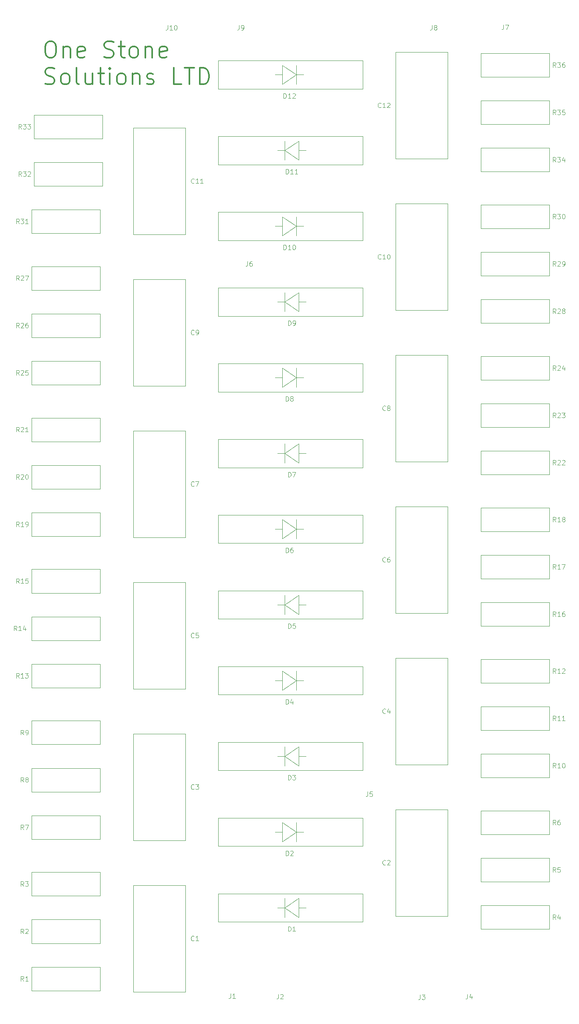
<source format=gbr>
%TF.GenerationSoftware,KiCad,Pcbnew,8.0.8*%
%TF.CreationDate,2025-05-01T13:08:28+01:00*%
%TF.ProjectId,VillardCascadingVoltageMultiplierSubcircuit,56696c6c-6172-4644-9361-73636164696e,rev?*%
%TF.SameCoordinates,Original*%
%TF.FileFunction,Legend,Top*%
%TF.FilePolarity,Positive*%
%FSLAX46Y46*%
G04 Gerber Fmt 4.6, Leading zero omitted, Abs format (unit mm)*
G04 Created by KiCad (PCBNEW 8.0.8) date 2025-05-01 13:08:28*
%MOMM*%
%LPD*%
G01*
G04 APERTURE LIST*
%ADD10C,0.300000*%
%ADD11C,0.100000*%
G04 APERTURE END LIST*
D10*
X40197368Y-46421263D02*
X40864034Y-46421263D01*
X40864034Y-46421263D02*
X41197368Y-46587930D01*
X41197368Y-46587930D02*
X41530701Y-46921263D01*
X41530701Y-46921263D02*
X41697368Y-47587930D01*
X41697368Y-47587930D02*
X41697368Y-48754597D01*
X41697368Y-48754597D02*
X41530701Y-49421263D01*
X41530701Y-49421263D02*
X41197368Y-49754597D01*
X41197368Y-49754597D02*
X40864034Y-49921263D01*
X40864034Y-49921263D02*
X40197368Y-49921263D01*
X40197368Y-49921263D02*
X39864034Y-49754597D01*
X39864034Y-49754597D02*
X39530701Y-49421263D01*
X39530701Y-49421263D02*
X39364034Y-48754597D01*
X39364034Y-48754597D02*
X39364034Y-47587930D01*
X39364034Y-47587930D02*
X39530701Y-46921263D01*
X39530701Y-46921263D02*
X39864034Y-46587930D01*
X39864034Y-46587930D02*
X40197368Y-46421263D01*
X43197368Y-47587930D02*
X43197368Y-49921263D01*
X43197368Y-47921263D02*
X43364035Y-47754597D01*
X43364035Y-47754597D02*
X43697368Y-47587930D01*
X43697368Y-47587930D02*
X44197368Y-47587930D01*
X44197368Y-47587930D02*
X44530701Y-47754597D01*
X44530701Y-47754597D02*
X44697368Y-48087930D01*
X44697368Y-48087930D02*
X44697368Y-49921263D01*
X47697368Y-49754597D02*
X47364035Y-49921263D01*
X47364035Y-49921263D02*
X46697368Y-49921263D01*
X46697368Y-49921263D02*
X46364035Y-49754597D01*
X46364035Y-49754597D02*
X46197368Y-49421263D01*
X46197368Y-49421263D02*
X46197368Y-48087930D01*
X46197368Y-48087930D02*
X46364035Y-47754597D01*
X46364035Y-47754597D02*
X46697368Y-47587930D01*
X46697368Y-47587930D02*
X47364035Y-47587930D01*
X47364035Y-47587930D02*
X47697368Y-47754597D01*
X47697368Y-47754597D02*
X47864035Y-48087930D01*
X47864035Y-48087930D02*
X47864035Y-48421263D01*
X47864035Y-48421263D02*
X46197368Y-48754597D01*
X51864035Y-49754597D02*
X52364035Y-49921263D01*
X52364035Y-49921263D02*
X53197369Y-49921263D01*
X53197369Y-49921263D02*
X53530702Y-49754597D01*
X53530702Y-49754597D02*
X53697369Y-49587930D01*
X53697369Y-49587930D02*
X53864035Y-49254597D01*
X53864035Y-49254597D02*
X53864035Y-48921263D01*
X53864035Y-48921263D02*
X53697369Y-48587930D01*
X53697369Y-48587930D02*
X53530702Y-48421263D01*
X53530702Y-48421263D02*
X53197369Y-48254597D01*
X53197369Y-48254597D02*
X52530702Y-48087930D01*
X52530702Y-48087930D02*
X52197369Y-47921263D01*
X52197369Y-47921263D02*
X52030702Y-47754597D01*
X52030702Y-47754597D02*
X51864035Y-47421263D01*
X51864035Y-47421263D02*
X51864035Y-47087930D01*
X51864035Y-47087930D02*
X52030702Y-46754597D01*
X52030702Y-46754597D02*
X52197369Y-46587930D01*
X52197369Y-46587930D02*
X52530702Y-46421263D01*
X52530702Y-46421263D02*
X53364035Y-46421263D01*
X53364035Y-46421263D02*
X53864035Y-46587930D01*
X54864035Y-47587930D02*
X56197368Y-47587930D01*
X55364035Y-46421263D02*
X55364035Y-49421263D01*
X55364035Y-49421263D02*
X55530702Y-49754597D01*
X55530702Y-49754597D02*
X55864035Y-49921263D01*
X55864035Y-49921263D02*
X56197368Y-49921263D01*
X57864035Y-49921263D02*
X57530702Y-49754597D01*
X57530702Y-49754597D02*
X57364035Y-49587930D01*
X57364035Y-49587930D02*
X57197368Y-49254597D01*
X57197368Y-49254597D02*
X57197368Y-48254597D01*
X57197368Y-48254597D02*
X57364035Y-47921263D01*
X57364035Y-47921263D02*
X57530702Y-47754597D01*
X57530702Y-47754597D02*
X57864035Y-47587930D01*
X57864035Y-47587930D02*
X58364035Y-47587930D01*
X58364035Y-47587930D02*
X58697368Y-47754597D01*
X58697368Y-47754597D02*
X58864035Y-47921263D01*
X58864035Y-47921263D02*
X59030702Y-48254597D01*
X59030702Y-48254597D02*
X59030702Y-49254597D01*
X59030702Y-49254597D02*
X58864035Y-49587930D01*
X58864035Y-49587930D02*
X58697368Y-49754597D01*
X58697368Y-49754597D02*
X58364035Y-49921263D01*
X58364035Y-49921263D02*
X57864035Y-49921263D01*
X60530702Y-47587930D02*
X60530702Y-49921263D01*
X60530702Y-47921263D02*
X60697369Y-47754597D01*
X60697369Y-47754597D02*
X61030702Y-47587930D01*
X61030702Y-47587930D02*
X61530702Y-47587930D01*
X61530702Y-47587930D02*
X61864035Y-47754597D01*
X61864035Y-47754597D02*
X62030702Y-48087930D01*
X62030702Y-48087930D02*
X62030702Y-49921263D01*
X65030702Y-49754597D02*
X64697369Y-49921263D01*
X64697369Y-49921263D02*
X64030702Y-49921263D01*
X64030702Y-49921263D02*
X63697369Y-49754597D01*
X63697369Y-49754597D02*
X63530702Y-49421263D01*
X63530702Y-49421263D02*
X63530702Y-48087930D01*
X63530702Y-48087930D02*
X63697369Y-47754597D01*
X63697369Y-47754597D02*
X64030702Y-47587930D01*
X64030702Y-47587930D02*
X64697369Y-47587930D01*
X64697369Y-47587930D02*
X65030702Y-47754597D01*
X65030702Y-47754597D02*
X65197369Y-48087930D01*
X65197369Y-48087930D02*
X65197369Y-48421263D01*
X65197369Y-48421263D02*
X63530702Y-48754597D01*
X39364034Y-55389401D02*
X39864034Y-55556067D01*
X39864034Y-55556067D02*
X40697368Y-55556067D01*
X40697368Y-55556067D02*
X41030701Y-55389401D01*
X41030701Y-55389401D02*
X41197368Y-55222734D01*
X41197368Y-55222734D02*
X41364034Y-54889401D01*
X41364034Y-54889401D02*
X41364034Y-54556067D01*
X41364034Y-54556067D02*
X41197368Y-54222734D01*
X41197368Y-54222734D02*
X41030701Y-54056067D01*
X41030701Y-54056067D02*
X40697368Y-53889401D01*
X40697368Y-53889401D02*
X40030701Y-53722734D01*
X40030701Y-53722734D02*
X39697368Y-53556067D01*
X39697368Y-53556067D02*
X39530701Y-53389401D01*
X39530701Y-53389401D02*
X39364034Y-53056067D01*
X39364034Y-53056067D02*
X39364034Y-52722734D01*
X39364034Y-52722734D02*
X39530701Y-52389401D01*
X39530701Y-52389401D02*
X39697368Y-52222734D01*
X39697368Y-52222734D02*
X40030701Y-52056067D01*
X40030701Y-52056067D02*
X40864034Y-52056067D01*
X40864034Y-52056067D02*
X41364034Y-52222734D01*
X43364034Y-55556067D02*
X43030701Y-55389401D01*
X43030701Y-55389401D02*
X42864034Y-55222734D01*
X42864034Y-55222734D02*
X42697367Y-54889401D01*
X42697367Y-54889401D02*
X42697367Y-53889401D01*
X42697367Y-53889401D02*
X42864034Y-53556067D01*
X42864034Y-53556067D02*
X43030701Y-53389401D01*
X43030701Y-53389401D02*
X43364034Y-53222734D01*
X43364034Y-53222734D02*
X43864034Y-53222734D01*
X43864034Y-53222734D02*
X44197367Y-53389401D01*
X44197367Y-53389401D02*
X44364034Y-53556067D01*
X44364034Y-53556067D02*
X44530701Y-53889401D01*
X44530701Y-53889401D02*
X44530701Y-54889401D01*
X44530701Y-54889401D02*
X44364034Y-55222734D01*
X44364034Y-55222734D02*
X44197367Y-55389401D01*
X44197367Y-55389401D02*
X43864034Y-55556067D01*
X43864034Y-55556067D02*
X43364034Y-55556067D01*
X46530701Y-55556067D02*
X46197368Y-55389401D01*
X46197368Y-55389401D02*
X46030701Y-55056067D01*
X46030701Y-55056067D02*
X46030701Y-52056067D01*
X49364034Y-53222734D02*
X49364034Y-55556067D01*
X47864034Y-53222734D02*
X47864034Y-55056067D01*
X47864034Y-55056067D02*
X48030701Y-55389401D01*
X48030701Y-55389401D02*
X48364034Y-55556067D01*
X48364034Y-55556067D02*
X48864034Y-55556067D01*
X48864034Y-55556067D02*
X49197367Y-55389401D01*
X49197367Y-55389401D02*
X49364034Y-55222734D01*
X50530701Y-53222734D02*
X51864034Y-53222734D01*
X51030701Y-52056067D02*
X51030701Y-55056067D01*
X51030701Y-55056067D02*
X51197368Y-55389401D01*
X51197368Y-55389401D02*
X51530701Y-55556067D01*
X51530701Y-55556067D02*
X51864034Y-55556067D01*
X53030701Y-55556067D02*
X53030701Y-53222734D01*
X53030701Y-52056067D02*
X52864034Y-52222734D01*
X52864034Y-52222734D02*
X53030701Y-52389401D01*
X53030701Y-52389401D02*
X53197368Y-52222734D01*
X53197368Y-52222734D02*
X53030701Y-52056067D01*
X53030701Y-52056067D02*
X53030701Y-52389401D01*
X55197368Y-55556067D02*
X54864035Y-55389401D01*
X54864035Y-55389401D02*
X54697368Y-55222734D01*
X54697368Y-55222734D02*
X54530701Y-54889401D01*
X54530701Y-54889401D02*
X54530701Y-53889401D01*
X54530701Y-53889401D02*
X54697368Y-53556067D01*
X54697368Y-53556067D02*
X54864035Y-53389401D01*
X54864035Y-53389401D02*
X55197368Y-53222734D01*
X55197368Y-53222734D02*
X55697368Y-53222734D01*
X55697368Y-53222734D02*
X56030701Y-53389401D01*
X56030701Y-53389401D02*
X56197368Y-53556067D01*
X56197368Y-53556067D02*
X56364035Y-53889401D01*
X56364035Y-53889401D02*
X56364035Y-54889401D01*
X56364035Y-54889401D02*
X56197368Y-55222734D01*
X56197368Y-55222734D02*
X56030701Y-55389401D01*
X56030701Y-55389401D02*
X55697368Y-55556067D01*
X55697368Y-55556067D02*
X55197368Y-55556067D01*
X57864035Y-53222734D02*
X57864035Y-55556067D01*
X57864035Y-53556067D02*
X58030702Y-53389401D01*
X58030702Y-53389401D02*
X58364035Y-53222734D01*
X58364035Y-53222734D02*
X58864035Y-53222734D01*
X58864035Y-53222734D02*
X59197368Y-53389401D01*
X59197368Y-53389401D02*
X59364035Y-53722734D01*
X59364035Y-53722734D02*
X59364035Y-55556067D01*
X60864035Y-55389401D02*
X61197369Y-55556067D01*
X61197369Y-55556067D02*
X61864035Y-55556067D01*
X61864035Y-55556067D02*
X62197369Y-55389401D01*
X62197369Y-55389401D02*
X62364035Y-55056067D01*
X62364035Y-55056067D02*
X62364035Y-54889401D01*
X62364035Y-54889401D02*
X62197369Y-54556067D01*
X62197369Y-54556067D02*
X61864035Y-54389401D01*
X61864035Y-54389401D02*
X61364035Y-54389401D01*
X61364035Y-54389401D02*
X61030702Y-54222734D01*
X61030702Y-54222734D02*
X60864035Y-53889401D01*
X60864035Y-53889401D02*
X60864035Y-53722734D01*
X60864035Y-53722734D02*
X61030702Y-53389401D01*
X61030702Y-53389401D02*
X61364035Y-53222734D01*
X61364035Y-53222734D02*
X61864035Y-53222734D01*
X61864035Y-53222734D02*
X62197369Y-53389401D01*
X68197369Y-55556067D02*
X66530702Y-55556067D01*
X66530702Y-55556067D02*
X66530702Y-52056067D01*
X68864035Y-52056067D02*
X70864035Y-52056067D01*
X69864035Y-55556067D02*
X69864035Y-52056067D01*
X72030702Y-55556067D02*
X72030702Y-52056067D01*
X72030702Y-52056067D02*
X72864035Y-52056067D01*
X72864035Y-52056067D02*
X73364035Y-52222734D01*
X73364035Y-52222734D02*
X73697369Y-52556067D01*
X73697369Y-52556067D02*
X73864035Y-52889401D01*
X73864035Y-52889401D02*
X74030702Y-53556067D01*
X74030702Y-53556067D02*
X74030702Y-54056067D01*
X74030702Y-54056067D02*
X73864035Y-54722734D01*
X73864035Y-54722734D02*
X73697369Y-55056067D01*
X73697369Y-55056067D02*
X73364035Y-55389401D01*
X73364035Y-55389401D02*
X72864035Y-55556067D01*
X72864035Y-55556067D02*
X72030702Y-55556067D01*
D11*
X34833333Y-192957419D02*
X34500000Y-192481228D01*
X34261905Y-192957419D02*
X34261905Y-191957419D01*
X34261905Y-191957419D02*
X34642857Y-191957419D01*
X34642857Y-191957419D02*
X34738095Y-192005038D01*
X34738095Y-192005038D02*
X34785714Y-192052657D01*
X34785714Y-192052657D02*
X34833333Y-192147895D01*
X34833333Y-192147895D02*
X34833333Y-192290752D01*
X34833333Y-192290752D02*
X34785714Y-192385990D01*
X34785714Y-192385990D02*
X34738095Y-192433609D01*
X34738095Y-192433609D02*
X34642857Y-192481228D01*
X34642857Y-192481228D02*
X34261905Y-192481228D01*
X35309524Y-192957419D02*
X35500000Y-192957419D01*
X35500000Y-192957419D02*
X35595238Y-192909800D01*
X35595238Y-192909800D02*
X35642857Y-192862180D01*
X35642857Y-192862180D02*
X35738095Y-192719323D01*
X35738095Y-192719323D02*
X35785714Y-192528847D01*
X35785714Y-192528847D02*
X35785714Y-192147895D01*
X35785714Y-192147895D02*
X35738095Y-192052657D01*
X35738095Y-192052657D02*
X35690476Y-192005038D01*
X35690476Y-192005038D02*
X35595238Y-191957419D01*
X35595238Y-191957419D02*
X35404762Y-191957419D01*
X35404762Y-191957419D02*
X35309524Y-192005038D01*
X35309524Y-192005038D02*
X35261905Y-192052657D01*
X35261905Y-192052657D02*
X35214286Y-192147895D01*
X35214286Y-192147895D02*
X35214286Y-192385990D01*
X35214286Y-192385990D02*
X35261905Y-192481228D01*
X35261905Y-192481228D02*
X35309524Y-192528847D01*
X35309524Y-192528847D02*
X35404762Y-192576466D01*
X35404762Y-192576466D02*
X35595238Y-192576466D01*
X35595238Y-192576466D02*
X35690476Y-192528847D01*
X35690476Y-192528847D02*
X35738095Y-192481228D01*
X35738095Y-192481228D02*
X35785714Y-192385990D01*
X88666666Y-247757419D02*
X88666666Y-248471704D01*
X88666666Y-248471704D02*
X88619047Y-248614561D01*
X88619047Y-248614561D02*
X88523809Y-248709800D01*
X88523809Y-248709800D02*
X88380952Y-248757419D01*
X88380952Y-248757419D02*
X88285714Y-248757419D01*
X89095238Y-247852657D02*
X89142857Y-247805038D01*
X89142857Y-247805038D02*
X89238095Y-247757419D01*
X89238095Y-247757419D02*
X89476190Y-247757419D01*
X89476190Y-247757419D02*
X89571428Y-247805038D01*
X89571428Y-247805038D02*
X89619047Y-247852657D01*
X89619047Y-247852657D02*
X89666666Y-247947895D01*
X89666666Y-247947895D02*
X89666666Y-248043133D01*
X89666666Y-248043133D02*
X89619047Y-248185990D01*
X89619047Y-248185990D02*
X89047619Y-248757419D01*
X89047619Y-248757419D02*
X89666666Y-248757419D01*
X33857142Y-160957419D02*
X33523809Y-160481228D01*
X33285714Y-160957419D02*
X33285714Y-159957419D01*
X33285714Y-159957419D02*
X33666666Y-159957419D01*
X33666666Y-159957419D02*
X33761904Y-160005038D01*
X33761904Y-160005038D02*
X33809523Y-160052657D01*
X33809523Y-160052657D02*
X33857142Y-160147895D01*
X33857142Y-160147895D02*
X33857142Y-160290752D01*
X33857142Y-160290752D02*
X33809523Y-160385990D01*
X33809523Y-160385990D02*
X33761904Y-160433609D01*
X33761904Y-160433609D02*
X33666666Y-160481228D01*
X33666666Y-160481228D02*
X33285714Y-160481228D01*
X34809523Y-160957419D02*
X34238095Y-160957419D01*
X34523809Y-160957419D02*
X34523809Y-159957419D01*
X34523809Y-159957419D02*
X34428571Y-160100276D01*
X34428571Y-160100276D02*
X34333333Y-160195514D01*
X34333333Y-160195514D02*
X34238095Y-160243133D01*
X35714285Y-159957419D02*
X35238095Y-159957419D01*
X35238095Y-159957419D02*
X35190476Y-160433609D01*
X35190476Y-160433609D02*
X35238095Y-160385990D01*
X35238095Y-160385990D02*
X35333333Y-160338371D01*
X35333333Y-160338371D02*
X35571428Y-160338371D01*
X35571428Y-160338371D02*
X35666666Y-160385990D01*
X35666666Y-160385990D02*
X35714285Y-160433609D01*
X35714285Y-160433609D02*
X35761904Y-160528847D01*
X35761904Y-160528847D02*
X35761904Y-160766942D01*
X35761904Y-160766942D02*
X35714285Y-160862180D01*
X35714285Y-160862180D02*
X35666666Y-160909800D01*
X35666666Y-160909800D02*
X35571428Y-160957419D01*
X35571428Y-160957419D02*
X35333333Y-160957419D01*
X35333333Y-160957419D02*
X35238095Y-160909800D01*
X35238095Y-160909800D02*
X35190476Y-160862180D01*
X110357142Y-92362180D02*
X110309523Y-92409800D01*
X110309523Y-92409800D02*
X110166666Y-92457419D01*
X110166666Y-92457419D02*
X110071428Y-92457419D01*
X110071428Y-92457419D02*
X109928571Y-92409800D01*
X109928571Y-92409800D02*
X109833333Y-92314561D01*
X109833333Y-92314561D02*
X109785714Y-92219323D01*
X109785714Y-92219323D02*
X109738095Y-92028847D01*
X109738095Y-92028847D02*
X109738095Y-91885990D01*
X109738095Y-91885990D02*
X109785714Y-91695514D01*
X109785714Y-91695514D02*
X109833333Y-91600276D01*
X109833333Y-91600276D02*
X109928571Y-91505038D01*
X109928571Y-91505038D02*
X110071428Y-91457419D01*
X110071428Y-91457419D02*
X110166666Y-91457419D01*
X110166666Y-91457419D02*
X110309523Y-91505038D01*
X110309523Y-91505038D02*
X110357142Y-91552657D01*
X111309523Y-92457419D02*
X110738095Y-92457419D01*
X111023809Y-92457419D02*
X111023809Y-91457419D01*
X111023809Y-91457419D02*
X110928571Y-91600276D01*
X110928571Y-91600276D02*
X110833333Y-91695514D01*
X110833333Y-91695514D02*
X110738095Y-91743133D01*
X111928571Y-91457419D02*
X112023809Y-91457419D01*
X112023809Y-91457419D02*
X112119047Y-91505038D01*
X112119047Y-91505038D02*
X112166666Y-91552657D01*
X112166666Y-91552657D02*
X112214285Y-91647895D01*
X112214285Y-91647895D02*
X112261904Y-91838371D01*
X112261904Y-91838371D02*
X112261904Y-92076466D01*
X112261904Y-92076466D02*
X112214285Y-92266942D01*
X112214285Y-92266942D02*
X112166666Y-92362180D01*
X112166666Y-92362180D02*
X112119047Y-92409800D01*
X112119047Y-92409800D02*
X112023809Y-92457419D01*
X112023809Y-92457419D02*
X111928571Y-92457419D01*
X111928571Y-92457419D02*
X111833333Y-92409800D01*
X111833333Y-92409800D02*
X111785714Y-92362180D01*
X111785714Y-92362180D02*
X111738095Y-92266942D01*
X111738095Y-92266942D02*
X111690476Y-92076466D01*
X111690476Y-92076466D02*
X111690476Y-91838371D01*
X111690476Y-91838371D02*
X111738095Y-91647895D01*
X111738095Y-91647895D02*
X111785714Y-91552657D01*
X111785714Y-91552657D02*
X111833333Y-91505038D01*
X111833333Y-91505038D02*
X111928571Y-91457419D01*
X33857142Y-128957419D02*
X33523809Y-128481228D01*
X33285714Y-128957419D02*
X33285714Y-127957419D01*
X33285714Y-127957419D02*
X33666666Y-127957419D01*
X33666666Y-127957419D02*
X33761904Y-128005038D01*
X33761904Y-128005038D02*
X33809523Y-128052657D01*
X33809523Y-128052657D02*
X33857142Y-128147895D01*
X33857142Y-128147895D02*
X33857142Y-128290752D01*
X33857142Y-128290752D02*
X33809523Y-128385990D01*
X33809523Y-128385990D02*
X33761904Y-128433609D01*
X33761904Y-128433609D02*
X33666666Y-128481228D01*
X33666666Y-128481228D02*
X33285714Y-128481228D01*
X34238095Y-128052657D02*
X34285714Y-128005038D01*
X34285714Y-128005038D02*
X34380952Y-127957419D01*
X34380952Y-127957419D02*
X34619047Y-127957419D01*
X34619047Y-127957419D02*
X34714285Y-128005038D01*
X34714285Y-128005038D02*
X34761904Y-128052657D01*
X34761904Y-128052657D02*
X34809523Y-128147895D01*
X34809523Y-128147895D02*
X34809523Y-128243133D01*
X34809523Y-128243133D02*
X34761904Y-128385990D01*
X34761904Y-128385990D02*
X34190476Y-128957419D01*
X34190476Y-128957419D02*
X34809523Y-128957419D01*
X35761904Y-128957419D02*
X35190476Y-128957419D01*
X35476190Y-128957419D02*
X35476190Y-127957419D01*
X35476190Y-127957419D02*
X35380952Y-128100276D01*
X35380952Y-128100276D02*
X35285714Y-128195514D01*
X35285714Y-128195514D02*
X35190476Y-128243133D01*
X90285714Y-74457419D02*
X90285714Y-73457419D01*
X90285714Y-73457419D02*
X90523809Y-73457419D01*
X90523809Y-73457419D02*
X90666666Y-73505038D01*
X90666666Y-73505038D02*
X90761904Y-73600276D01*
X90761904Y-73600276D02*
X90809523Y-73695514D01*
X90809523Y-73695514D02*
X90857142Y-73885990D01*
X90857142Y-73885990D02*
X90857142Y-74028847D01*
X90857142Y-74028847D02*
X90809523Y-74219323D01*
X90809523Y-74219323D02*
X90761904Y-74314561D01*
X90761904Y-74314561D02*
X90666666Y-74409800D01*
X90666666Y-74409800D02*
X90523809Y-74457419D01*
X90523809Y-74457419D02*
X90285714Y-74457419D01*
X91809523Y-74457419D02*
X91238095Y-74457419D01*
X91523809Y-74457419D02*
X91523809Y-73457419D01*
X91523809Y-73457419D02*
X91428571Y-73600276D01*
X91428571Y-73600276D02*
X91333333Y-73695514D01*
X91333333Y-73695514D02*
X91238095Y-73743133D01*
X92761904Y-74457419D02*
X92190476Y-74457419D01*
X92476190Y-74457419D02*
X92476190Y-73457419D01*
X92476190Y-73457419D02*
X92380952Y-73600276D01*
X92380952Y-73600276D02*
X92285714Y-73695514D01*
X92285714Y-73695514D02*
X92190476Y-73743133D01*
X65290476Y-43057419D02*
X65290476Y-43771704D01*
X65290476Y-43771704D02*
X65242857Y-43914561D01*
X65242857Y-43914561D02*
X65147619Y-44009800D01*
X65147619Y-44009800D02*
X65004762Y-44057419D01*
X65004762Y-44057419D02*
X64909524Y-44057419D01*
X66290476Y-44057419D02*
X65719048Y-44057419D01*
X66004762Y-44057419D02*
X66004762Y-43057419D01*
X66004762Y-43057419D02*
X65909524Y-43200276D01*
X65909524Y-43200276D02*
X65814286Y-43295514D01*
X65814286Y-43295514D02*
X65719048Y-43343133D01*
X66909524Y-43057419D02*
X67004762Y-43057419D01*
X67004762Y-43057419D02*
X67100000Y-43105038D01*
X67100000Y-43105038D02*
X67147619Y-43152657D01*
X67147619Y-43152657D02*
X67195238Y-43247895D01*
X67195238Y-43247895D02*
X67242857Y-43438371D01*
X67242857Y-43438371D02*
X67242857Y-43676466D01*
X67242857Y-43676466D02*
X67195238Y-43866942D01*
X67195238Y-43866942D02*
X67147619Y-43962180D01*
X67147619Y-43962180D02*
X67100000Y-44009800D01*
X67100000Y-44009800D02*
X67004762Y-44057419D01*
X67004762Y-44057419D02*
X66909524Y-44057419D01*
X66909524Y-44057419D02*
X66814286Y-44009800D01*
X66814286Y-44009800D02*
X66766667Y-43962180D01*
X66766667Y-43962180D02*
X66719048Y-43866942D01*
X66719048Y-43866942D02*
X66671429Y-43676466D01*
X66671429Y-43676466D02*
X66671429Y-43438371D01*
X66671429Y-43438371D02*
X66719048Y-43247895D01*
X66719048Y-43247895D02*
X66766667Y-43152657D01*
X66766667Y-43152657D02*
X66814286Y-43105038D01*
X66814286Y-43105038D02*
X66909524Y-43057419D01*
X121166666Y-43057419D02*
X121166666Y-43771704D01*
X121166666Y-43771704D02*
X121119047Y-43914561D01*
X121119047Y-43914561D02*
X121023809Y-44009800D01*
X121023809Y-44009800D02*
X120880952Y-44057419D01*
X120880952Y-44057419D02*
X120785714Y-44057419D01*
X121785714Y-43485990D02*
X121690476Y-43438371D01*
X121690476Y-43438371D02*
X121642857Y-43390752D01*
X121642857Y-43390752D02*
X121595238Y-43295514D01*
X121595238Y-43295514D02*
X121595238Y-43247895D01*
X121595238Y-43247895D02*
X121642857Y-43152657D01*
X121642857Y-43152657D02*
X121690476Y-43105038D01*
X121690476Y-43105038D02*
X121785714Y-43057419D01*
X121785714Y-43057419D02*
X121976190Y-43057419D01*
X121976190Y-43057419D02*
X122071428Y-43105038D01*
X122071428Y-43105038D02*
X122119047Y-43152657D01*
X122119047Y-43152657D02*
X122166666Y-43247895D01*
X122166666Y-43247895D02*
X122166666Y-43295514D01*
X122166666Y-43295514D02*
X122119047Y-43390752D01*
X122119047Y-43390752D02*
X122071428Y-43438371D01*
X122071428Y-43438371D02*
X121976190Y-43485990D01*
X121976190Y-43485990D02*
X121785714Y-43485990D01*
X121785714Y-43485990D02*
X121690476Y-43533609D01*
X121690476Y-43533609D02*
X121642857Y-43581228D01*
X121642857Y-43581228D02*
X121595238Y-43676466D01*
X121595238Y-43676466D02*
X121595238Y-43866942D01*
X121595238Y-43866942D02*
X121642857Y-43962180D01*
X121642857Y-43962180D02*
X121690476Y-44009800D01*
X121690476Y-44009800D02*
X121785714Y-44057419D01*
X121785714Y-44057419D02*
X121976190Y-44057419D01*
X121976190Y-44057419D02*
X122071428Y-44009800D01*
X122071428Y-44009800D02*
X122119047Y-43962180D01*
X122119047Y-43962180D02*
X122166666Y-43866942D01*
X122166666Y-43866942D02*
X122166666Y-43676466D01*
X122166666Y-43676466D02*
X122119047Y-43581228D01*
X122119047Y-43581228D02*
X122071428Y-43533609D01*
X122071428Y-43533609D02*
X121976190Y-43485990D01*
X147357142Y-157957419D02*
X147023809Y-157481228D01*
X146785714Y-157957419D02*
X146785714Y-156957419D01*
X146785714Y-156957419D02*
X147166666Y-156957419D01*
X147166666Y-156957419D02*
X147261904Y-157005038D01*
X147261904Y-157005038D02*
X147309523Y-157052657D01*
X147309523Y-157052657D02*
X147357142Y-157147895D01*
X147357142Y-157147895D02*
X147357142Y-157290752D01*
X147357142Y-157290752D02*
X147309523Y-157385990D01*
X147309523Y-157385990D02*
X147261904Y-157433609D01*
X147261904Y-157433609D02*
X147166666Y-157481228D01*
X147166666Y-157481228D02*
X146785714Y-157481228D01*
X148309523Y-157957419D02*
X147738095Y-157957419D01*
X148023809Y-157957419D02*
X148023809Y-156957419D01*
X148023809Y-156957419D02*
X147928571Y-157100276D01*
X147928571Y-157100276D02*
X147833333Y-157195514D01*
X147833333Y-157195514D02*
X147738095Y-157243133D01*
X148642857Y-156957419D02*
X149309523Y-156957419D01*
X149309523Y-156957419D02*
X148880952Y-157957419D01*
X90261905Y-122457419D02*
X90261905Y-121457419D01*
X90261905Y-121457419D02*
X90500000Y-121457419D01*
X90500000Y-121457419D02*
X90642857Y-121505038D01*
X90642857Y-121505038D02*
X90738095Y-121600276D01*
X90738095Y-121600276D02*
X90785714Y-121695514D01*
X90785714Y-121695514D02*
X90833333Y-121885990D01*
X90833333Y-121885990D02*
X90833333Y-122028847D01*
X90833333Y-122028847D02*
X90785714Y-122219323D01*
X90785714Y-122219323D02*
X90738095Y-122314561D01*
X90738095Y-122314561D02*
X90642857Y-122409800D01*
X90642857Y-122409800D02*
X90500000Y-122457419D01*
X90500000Y-122457419D02*
X90261905Y-122457419D01*
X91404762Y-121885990D02*
X91309524Y-121838371D01*
X91309524Y-121838371D02*
X91261905Y-121790752D01*
X91261905Y-121790752D02*
X91214286Y-121695514D01*
X91214286Y-121695514D02*
X91214286Y-121647895D01*
X91214286Y-121647895D02*
X91261905Y-121552657D01*
X91261905Y-121552657D02*
X91309524Y-121505038D01*
X91309524Y-121505038D02*
X91404762Y-121457419D01*
X91404762Y-121457419D02*
X91595238Y-121457419D01*
X91595238Y-121457419D02*
X91690476Y-121505038D01*
X91690476Y-121505038D02*
X91738095Y-121552657D01*
X91738095Y-121552657D02*
X91785714Y-121647895D01*
X91785714Y-121647895D02*
X91785714Y-121695514D01*
X91785714Y-121695514D02*
X91738095Y-121790752D01*
X91738095Y-121790752D02*
X91690476Y-121838371D01*
X91690476Y-121838371D02*
X91595238Y-121885990D01*
X91595238Y-121885990D02*
X91404762Y-121885990D01*
X91404762Y-121885990D02*
X91309524Y-121933609D01*
X91309524Y-121933609D02*
X91261905Y-121981228D01*
X91261905Y-121981228D02*
X91214286Y-122076466D01*
X91214286Y-122076466D02*
X91214286Y-122266942D01*
X91214286Y-122266942D02*
X91261905Y-122362180D01*
X91261905Y-122362180D02*
X91309524Y-122409800D01*
X91309524Y-122409800D02*
X91404762Y-122457419D01*
X91404762Y-122457419D02*
X91595238Y-122457419D01*
X91595238Y-122457419D02*
X91690476Y-122409800D01*
X91690476Y-122409800D02*
X91738095Y-122362180D01*
X91738095Y-122362180D02*
X91785714Y-122266942D01*
X91785714Y-122266942D02*
X91785714Y-122076466D01*
X91785714Y-122076466D02*
X91738095Y-121981228D01*
X91738095Y-121981228D02*
X91690476Y-121933609D01*
X91690476Y-121933609D02*
X91595238Y-121885990D01*
X147357142Y-167957419D02*
X147023809Y-167481228D01*
X146785714Y-167957419D02*
X146785714Y-166957419D01*
X146785714Y-166957419D02*
X147166666Y-166957419D01*
X147166666Y-166957419D02*
X147261904Y-167005038D01*
X147261904Y-167005038D02*
X147309523Y-167052657D01*
X147309523Y-167052657D02*
X147357142Y-167147895D01*
X147357142Y-167147895D02*
X147357142Y-167290752D01*
X147357142Y-167290752D02*
X147309523Y-167385990D01*
X147309523Y-167385990D02*
X147261904Y-167433609D01*
X147261904Y-167433609D02*
X147166666Y-167481228D01*
X147166666Y-167481228D02*
X146785714Y-167481228D01*
X148309523Y-167957419D02*
X147738095Y-167957419D01*
X148023809Y-167957419D02*
X148023809Y-166957419D01*
X148023809Y-166957419D02*
X147928571Y-167100276D01*
X147928571Y-167100276D02*
X147833333Y-167195514D01*
X147833333Y-167195514D02*
X147738095Y-167243133D01*
X149166666Y-166957419D02*
X148976190Y-166957419D01*
X148976190Y-166957419D02*
X148880952Y-167005038D01*
X148880952Y-167005038D02*
X148833333Y-167052657D01*
X148833333Y-167052657D02*
X148738095Y-167195514D01*
X148738095Y-167195514D02*
X148690476Y-167385990D01*
X148690476Y-167385990D02*
X148690476Y-167766942D01*
X148690476Y-167766942D02*
X148738095Y-167862180D01*
X148738095Y-167862180D02*
X148785714Y-167909800D01*
X148785714Y-167909800D02*
X148880952Y-167957419D01*
X148880952Y-167957419D02*
X149071428Y-167957419D01*
X149071428Y-167957419D02*
X149166666Y-167909800D01*
X149166666Y-167909800D02*
X149214285Y-167862180D01*
X149214285Y-167862180D02*
X149261904Y-167766942D01*
X149261904Y-167766942D02*
X149261904Y-167528847D01*
X149261904Y-167528847D02*
X149214285Y-167433609D01*
X149214285Y-167433609D02*
X149166666Y-167385990D01*
X149166666Y-167385990D02*
X149071428Y-167338371D01*
X149071428Y-167338371D02*
X148880952Y-167338371D01*
X148880952Y-167338371D02*
X148785714Y-167385990D01*
X148785714Y-167385990D02*
X148738095Y-167433609D01*
X148738095Y-167433609D02*
X148690476Y-167528847D01*
X34833333Y-244957419D02*
X34500000Y-244481228D01*
X34261905Y-244957419D02*
X34261905Y-243957419D01*
X34261905Y-243957419D02*
X34642857Y-243957419D01*
X34642857Y-243957419D02*
X34738095Y-244005038D01*
X34738095Y-244005038D02*
X34785714Y-244052657D01*
X34785714Y-244052657D02*
X34833333Y-244147895D01*
X34833333Y-244147895D02*
X34833333Y-244290752D01*
X34833333Y-244290752D02*
X34785714Y-244385990D01*
X34785714Y-244385990D02*
X34738095Y-244433609D01*
X34738095Y-244433609D02*
X34642857Y-244481228D01*
X34642857Y-244481228D02*
X34261905Y-244481228D01*
X35785714Y-244957419D02*
X35214286Y-244957419D01*
X35500000Y-244957419D02*
X35500000Y-243957419D01*
X35500000Y-243957419D02*
X35404762Y-244100276D01*
X35404762Y-244100276D02*
X35309524Y-244195514D01*
X35309524Y-244195514D02*
X35214286Y-244243133D01*
X82166666Y-92957419D02*
X82166666Y-93671704D01*
X82166666Y-93671704D02*
X82119047Y-93814561D01*
X82119047Y-93814561D02*
X82023809Y-93909800D01*
X82023809Y-93909800D02*
X81880952Y-93957419D01*
X81880952Y-93957419D02*
X81785714Y-93957419D01*
X83071428Y-92957419D02*
X82880952Y-92957419D01*
X82880952Y-92957419D02*
X82785714Y-93005038D01*
X82785714Y-93005038D02*
X82738095Y-93052657D01*
X82738095Y-93052657D02*
X82642857Y-93195514D01*
X82642857Y-93195514D02*
X82595238Y-93385990D01*
X82595238Y-93385990D02*
X82595238Y-93766942D01*
X82595238Y-93766942D02*
X82642857Y-93862180D01*
X82642857Y-93862180D02*
X82690476Y-93909800D01*
X82690476Y-93909800D02*
X82785714Y-93957419D01*
X82785714Y-93957419D02*
X82976190Y-93957419D01*
X82976190Y-93957419D02*
X83071428Y-93909800D01*
X83071428Y-93909800D02*
X83119047Y-93862180D01*
X83119047Y-93862180D02*
X83166666Y-93766942D01*
X83166666Y-93766942D02*
X83166666Y-93528847D01*
X83166666Y-93528847D02*
X83119047Y-93433609D01*
X83119047Y-93433609D02*
X83071428Y-93385990D01*
X83071428Y-93385990D02*
X82976190Y-93338371D01*
X82976190Y-93338371D02*
X82785714Y-93338371D01*
X82785714Y-93338371D02*
X82690476Y-93385990D01*
X82690476Y-93385990D02*
X82642857Y-93433609D01*
X82642857Y-93433609D02*
X82595238Y-93528847D01*
X107566666Y-204957419D02*
X107566666Y-205671704D01*
X107566666Y-205671704D02*
X107519047Y-205814561D01*
X107519047Y-205814561D02*
X107423809Y-205909800D01*
X107423809Y-205909800D02*
X107280952Y-205957419D01*
X107280952Y-205957419D02*
X107185714Y-205957419D01*
X108519047Y-204957419D02*
X108042857Y-204957419D01*
X108042857Y-204957419D02*
X107995238Y-205433609D01*
X107995238Y-205433609D02*
X108042857Y-205385990D01*
X108042857Y-205385990D02*
X108138095Y-205338371D01*
X108138095Y-205338371D02*
X108376190Y-205338371D01*
X108376190Y-205338371D02*
X108471428Y-205385990D01*
X108471428Y-205385990D02*
X108519047Y-205433609D01*
X108519047Y-205433609D02*
X108566666Y-205528847D01*
X108566666Y-205528847D02*
X108566666Y-205766942D01*
X108566666Y-205766942D02*
X108519047Y-205862180D01*
X108519047Y-205862180D02*
X108471428Y-205909800D01*
X108471428Y-205909800D02*
X108376190Y-205957419D01*
X108376190Y-205957419D02*
X108138095Y-205957419D01*
X108138095Y-205957419D02*
X108042857Y-205909800D01*
X108042857Y-205909800D02*
X107995238Y-205862180D01*
X70833333Y-140362180D02*
X70785714Y-140409800D01*
X70785714Y-140409800D02*
X70642857Y-140457419D01*
X70642857Y-140457419D02*
X70547619Y-140457419D01*
X70547619Y-140457419D02*
X70404762Y-140409800D01*
X70404762Y-140409800D02*
X70309524Y-140314561D01*
X70309524Y-140314561D02*
X70261905Y-140219323D01*
X70261905Y-140219323D02*
X70214286Y-140028847D01*
X70214286Y-140028847D02*
X70214286Y-139885990D01*
X70214286Y-139885990D02*
X70261905Y-139695514D01*
X70261905Y-139695514D02*
X70309524Y-139600276D01*
X70309524Y-139600276D02*
X70404762Y-139505038D01*
X70404762Y-139505038D02*
X70547619Y-139457419D01*
X70547619Y-139457419D02*
X70642857Y-139457419D01*
X70642857Y-139457419D02*
X70785714Y-139505038D01*
X70785714Y-139505038D02*
X70833333Y-139552657D01*
X71166667Y-139457419D02*
X71833333Y-139457419D01*
X71833333Y-139457419D02*
X71404762Y-140457419D01*
X147357142Y-83957419D02*
X147023809Y-83481228D01*
X146785714Y-83957419D02*
X146785714Y-82957419D01*
X146785714Y-82957419D02*
X147166666Y-82957419D01*
X147166666Y-82957419D02*
X147261904Y-83005038D01*
X147261904Y-83005038D02*
X147309523Y-83052657D01*
X147309523Y-83052657D02*
X147357142Y-83147895D01*
X147357142Y-83147895D02*
X147357142Y-83290752D01*
X147357142Y-83290752D02*
X147309523Y-83385990D01*
X147309523Y-83385990D02*
X147261904Y-83433609D01*
X147261904Y-83433609D02*
X147166666Y-83481228D01*
X147166666Y-83481228D02*
X146785714Y-83481228D01*
X147690476Y-82957419D02*
X148309523Y-82957419D01*
X148309523Y-82957419D02*
X147976190Y-83338371D01*
X147976190Y-83338371D02*
X148119047Y-83338371D01*
X148119047Y-83338371D02*
X148214285Y-83385990D01*
X148214285Y-83385990D02*
X148261904Y-83433609D01*
X148261904Y-83433609D02*
X148309523Y-83528847D01*
X148309523Y-83528847D02*
X148309523Y-83766942D01*
X148309523Y-83766942D02*
X148261904Y-83862180D01*
X148261904Y-83862180D02*
X148214285Y-83909800D01*
X148214285Y-83909800D02*
X148119047Y-83957419D01*
X148119047Y-83957419D02*
X147833333Y-83957419D01*
X147833333Y-83957419D02*
X147738095Y-83909800D01*
X147738095Y-83909800D02*
X147690476Y-83862180D01*
X148928571Y-82957419D02*
X149023809Y-82957419D01*
X149023809Y-82957419D02*
X149119047Y-83005038D01*
X149119047Y-83005038D02*
X149166666Y-83052657D01*
X149166666Y-83052657D02*
X149214285Y-83147895D01*
X149214285Y-83147895D02*
X149261904Y-83338371D01*
X149261904Y-83338371D02*
X149261904Y-83576466D01*
X149261904Y-83576466D02*
X149214285Y-83766942D01*
X149214285Y-83766942D02*
X149166666Y-83862180D01*
X149166666Y-83862180D02*
X149119047Y-83909800D01*
X149119047Y-83909800D02*
X149023809Y-83957419D01*
X149023809Y-83957419D02*
X148928571Y-83957419D01*
X148928571Y-83957419D02*
X148833333Y-83909800D01*
X148833333Y-83909800D02*
X148785714Y-83862180D01*
X148785714Y-83862180D02*
X148738095Y-83766942D01*
X148738095Y-83766942D02*
X148690476Y-83576466D01*
X148690476Y-83576466D02*
X148690476Y-83338371D01*
X148690476Y-83338371D02*
X148738095Y-83147895D01*
X148738095Y-83147895D02*
X148785714Y-83052657D01*
X148785714Y-83052657D02*
X148833333Y-83005038D01*
X148833333Y-83005038D02*
X148928571Y-82957419D01*
X111333333Y-124362180D02*
X111285714Y-124409800D01*
X111285714Y-124409800D02*
X111142857Y-124457419D01*
X111142857Y-124457419D02*
X111047619Y-124457419D01*
X111047619Y-124457419D02*
X110904762Y-124409800D01*
X110904762Y-124409800D02*
X110809524Y-124314561D01*
X110809524Y-124314561D02*
X110761905Y-124219323D01*
X110761905Y-124219323D02*
X110714286Y-124028847D01*
X110714286Y-124028847D02*
X110714286Y-123885990D01*
X110714286Y-123885990D02*
X110761905Y-123695514D01*
X110761905Y-123695514D02*
X110809524Y-123600276D01*
X110809524Y-123600276D02*
X110904762Y-123505038D01*
X110904762Y-123505038D02*
X111047619Y-123457419D01*
X111047619Y-123457419D02*
X111142857Y-123457419D01*
X111142857Y-123457419D02*
X111285714Y-123505038D01*
X111285714Y-123505038D02*
X111333333Y-123552657D01*
X111904762Y-123885990D02*
X111809524Y-123838371D01*
X111809524Y-123838371D02*
X111761905Y-123790752D01*
X111761905Y-123790752D02*
X111714286Y-123695514D01*
X111714286Y-123695514D02*
X111714286Y-123647895D01*
X111714286Y-123647895D02*
X111761905Y-123552657D01*
X111761905Y-123552657D02*
X111809524Y-123505038D01*
X111809524Y-123505038D02*
X111904762Y-123457419D01*
X111904762Y-123457419D02*
X112095238Y-123457419D01*
X112095238Y-123457419D02*
X112190476Y-123505038D01*
X112190476Y-123505038D02*
X112238095Y-123552657D01*
X112238095Y-123552657D02*
X112285714Y-123647895D01*
X112285714Y-123647895D02*
X112285714Y-123695514D01*
X112285714Y-123695514D02*
X112238095Y-123790752D01*
X112238095Y-123790752D02*
X112190476Y-123838371D01*
X112190476Y-123838371D02*
X112095238Y-123885990D01*
X112095238Y-123885990D02*
X111904762Y-123885990D01*
X111904762Y-123885990D02*
X111809524Y-123933609D01*
X111809524Y-123933609D02*
X111761905Y-123981228D01*
X111761905Y-123981228D02*
X111714286Y-124076466D01*
X111714286Y-124076466D02*
X111714286Y-124266942D01*
X111714286Y-124266942D02*
X111761905Y-124362180D01*
X111761905Y-124362180D02*
X111809524Y-124409800D01*
X111809524Y-124409800D02*
X111904762Y-124457419D01*
X111904762Y-124457419D02*
X112095238Y-124457419D01*
X112095238Y-124457419D02*
X112190476Y-124409800D01*
X112190476Y-124409800D02*
X112238095Y-124362180D01*
X112238095Y-124362180D02*
X112285714Y-124266942D01*
X112285714Y-124266942D02*
X112285714Y-124076466D01*
X112285714Y-124076466D02*
X112238095Y-123981228D01*
X112238095Y-123981228D02*
X112190476Y-123933609D01*
X112190476Y-123933609D02*
X112095238Y-123885990D01*
X34833333Y-224957419D02*
X34500000Y-224481228D01*
X34261905Y-224957419D02*
X34261905Y-223957419D01*
X34261905Y-223957419D02*
X34642857Y-223957419D01*
X34642857Y-223957419D02*
X34738095Y-224005038D01*
X34738095Y-224005038D02*
X34785714Y-224052657D01*
X34785714Y-224052657D02*
X34833333Y-224147895D01*
X34833333Y-224147895D02*
X34833333Y-224290752D01*
X34833333Y-224290752D02*
X34785714Y-224385990D01*
X34785714Y-224385990D02*
X34738095Y-224433609D01*
X34738095Y-224433609D02*
X34642857Y-224481228D01*
X34642857Y-224481228D02*
X34261905Y-224481228D01*
X35166667Y-223957419D02*
X35785714Y-223957419D01*
X35785714Y-223957419D02*
X35452381Y-224338371D01*
X35452381Y-224338371D02*
X35595238Y-224338371D01*
X35595238Y-224338371D02*
X35690476Y-224385990D01*
X35690476Y-224385990D02*
X35738095Y-224433609D01*
X35738095Y-224433609D02*
X35785714Y-224528847D01*
X35785714Y-224528847D02*
X35785714Y-224766942D01*
X35785714Y-224766942D02*
X35738095Y-224862180D01*
X35738095Y-224862180D02*
X35690476Y-224909800D01*
X35690476Y-224909800D02*
X35595238Y-224957419D01*
X35595238Y-224957419D02*
X35309524Y-224957419D01*
X35309524Y-224957419D02*
X35214286Y-224909800D01*
X35214286Y-224909800D02*
X35166667Y-224862180D01*
X90261905Y-218457419D02*
X90261905Y-217457419D01*
X90261905Y-217457419D02*
X90500000Y-217457419D01*
X90500000Y-217457419D02*
X90642857Y-217505038D01*
X90642857Y-217505038D02*
X90738095Y-217600276D01*
X90738095Y-217600276D02*
X90785714Y-217695514D01*
X90785714Y-217695514D02*
X90833333Y-217885990D01*
X90833333Y-217885990D02*
X90833333Y-218028847D01*
X90833333Y-218028847D02*
X90785714Y-218219323D01*
X90785714Y-218219323D02*
X90738095Y-218314561D01*
X90738095Y-218314561D02*
X90642857Y-218409800D01*
X90642857Y-218409800D02*
X90500000Y-218457419D01*
X90500000Y-218457419D02*
X90261905Y-218457419D01*
X91214286Y-217552657D02*
X91261905Y-217505038D01*
X91261905Y-217505038D02*
X91357143Y-217457419D01*
X91357143Y-217457419D02*
X91595238Y-217457419D01*
X91595238Y-217457419D02*
X91690476Y-217505038D01*
X91690476Y-217505038D02*
X91738095Y-217552657D01*
X91738095Y-217552657D02*
X91785714Y-217647895D01*
X91785714Y-217647895D02*
X91785714Y-217743133D01*
X91785714Y-217743133D02*
X91738095Y-217885990D01*
X91738095Y-217885990D02*
X91166667Y-218457419D01*
X91166667Y-218457419D02*
X91785714Y-218457419D01*
X147357142Y-51957419D02*
X147023809Y-51481228D01*
X146785714Y-51957419D02*
X146785714Y-50957419D01*
X146785714Y-50957419D02*
X147166666Y-50957419D01*
X147166666Y-50957419D02*
X147261904Y-51005038D01*
X147261904Y-51005038D02*
X147309523Y-51052657D01*
X147309523Y-51052657D02*
X147357142Y-51147895D01*
X147357142Y-51147895D02*
X147357142Y-51290752D01*
X147357142Y-51290752D02*
X147309523Y-51385990D01*
X147309523Y-51385990D02*
X147261904Y-51433609D01*
X147261904Y-51433609D02*
X147166666Y-51481228D01*
X147166666Y-51481228D02*
X146785714Y-51481228D01*
X147690476Y-50957419D02*
X148309523Y-50957419D01*
X148309523Y-50957419D02*
X147976190Y-51338371D01*
X147976190Y-51338371D02*
X148119047Y-51338371D01*
X148119047Y-51338371D02*
X148214285Y-51385990D01*
X148214285Y-51385990D02*
X148261904Y-51433609D01*
X148261904Y-51433609D02*
X148309523Y-51528847D01*
X148309523Y-51528847D02*
X148309523Y-51766942D01*
X148309523Y-51766942D02*
X148261904Y-51862180D01*
X148261904Y-51862180D02*
X148214285Y-51909800D01*
X148214285Y-51909800D02*
X148119047Y-51957419D01*
X148119047Y-51957419D02*
X147833333Y-51957419D01*
X147833333Y-51957419D02*
X147738095Y-51909800D01*
X147738095Y-51909800D02*
X147690476Y-51862180D01*
X149166666Y-50957419D02*
X148976190Y-50957419D01*
X148976190Y-50957419D02*
X148880952Y-51005038D01*
X148880952Y-51005038D02*
X148833333Y-51052657D01*
X148833333Y-51052657D02*
X148738095Y-51195514D01*
X148738095Y-51195514D02*
X148690476Y-51385990D01*
X148690476Y-51385990D02*
X148690476Y-51766942D01*
X148690476Y-51766942D02*
X148738095Y-51862180D01*
X148738095Y-51862180D02*
X148785714Y-51909800D01*
X148785714Y-51909800D02*
X148880952Y-51957419D01*
X148880952Y-51957419D02*
X149071428Y-51957419D01*
X149071428Y-51957419D02*
X149166666Y-51909800D01*
X149166666Y-51909800D02*
X149214285Y-51862180D01*
X149214285Y-51862180D02*
X149261904Y-51766942D01*
X149261904Y-51766942D02*
X149261904Y-51528847D01*
X149261904Y-51528847D02*
X149214285Y-51433609D01*
X149214285Y-51433609D02*
X149166666Y-51385990D01*
X149166666Y-51385990D02*
X149071428Y-51338371D01*
X149071428Y-51338371D02*
X148880952Y-51338371D01*
X148880952Y-51338371D02*
X148785714Y-51385990D01*
X148785714Y-51385990D02*
X148738095Y-51433609D01*
X148738095Y-51433609D02*
X148690476Y-51528847D01*
X147357142Y-147957419D02*
X147023809Y-147481228D01*
X146785714Y-147957419D02*
X146785714Y-146957419D01*
X146785714Y-146957419D02*
X147166666Y-146957419D01*
X147166666Y-146957419D02*
X147261904Y-147005038D01*
X147261904Y-147005038D02*
X147309523Y-147052657D01*
X147309523Y-147052657D02*
X147357142Y-147147895D01*
X147357142Y-147147895D02*
X147357142Y-147290752D01*
X147357142Y-147290752D02*
X147309523Y-147385990D01*
X147309523Y-147385990D02*
X147261904Y-147433609D01*
X147261904Y-147433609D02*
X147166666Y-147481228D01*
X147166666Y-147481228D02*
X146785714Y-147481228D01*
X148309523Y-147957419D02*
X147738095Y-147957419D01*
X148023809Y-147957419D02*
X148023809Y-146957419D01*
X148023809Y-146957419D02*
X147928571Y-147100276D01*
X147928571Y-147100276D02*
X147833333Y-147195514D01*
X147833333Y-147195514D02*
X147738095Y-147243133D01*
X148880952Y-147385990D02*
X148785714Y-147338371D01*
X148785714Y-147338371D02*
X148738095Y-147290752D01*
X148738095Y-147290752D02*
X148690476Y-147195514D01*
X148690476Y-147195514D02*
X148690476Y-147147895D01*
X148690476Y-147147895D02*
X148738095Y-147052657D01*
X148738095Y-147052657D02*
X148785714Y-147005038D01*
X148785714Y-147005038D02*
X148880952Y-146957419D01*
X148880952Y-146957419D02*
X149071428Y-146957419D01*
X149071428Y-146957419D02*
X149166666Y-147005038D01*
X149166666Y-147005038D02*
X149214285Y-147052657D01*
X149214285Y-147052657D02*
X149261904Y-147147895D01*
X149261904Y-147147895D02*
X149261904Y-147195514D01*
X149261904Y-147195514D02*
X149214285Y-147290752D01*
X149214285Y-147290752D02*
X149166666Y-147338371D01*
X149166666Y-147338371D02*
X149071428Y-147385990D01*
X149071428Y-147385990D02*
X148880952Y-147385990D01*
X148880952Y-147385990D02*
X148785714Y-147433609D01*
X148785714Y-147433609D02*
X148738095Y-147481228D01*
X148738095Y-147481228D02*
X148690476Y-147576466D01*
X148690476Y-147576466D02*
X148690476Y-147766942D01*
X148690476Y-147766942D02*
X148738095Y-147862180D01*
X148738095Y-147862180D02*
X148785714Y-147909800D01*
X148785714Y-147909800D02*
X148880952Y-147957419D01*
X148880952Y-147957419D02*
X149071428Y-147957419D01*
X149071428Y-147957419D02*
X149166666Y-147909800D01*
X149166666Y-147909800D02*
X149214285Y-147862180D01*
X149214285Y-147862180D02*
X149261904Y-147766942D01*
X149261904Y-147766942D02*
X149261904Y-147576466D01*
X149261904Y-147576466D02*
X149214285Y-147481228D01*
X149214285Y-147481228D02*
X149166666Y-147433609D01*
X149166666Y-147433609D02*
X149071428Y-147385990D01*
X34357142Y-64957419D02*
X34023809Y-64481228D01*
X33785714Y-64957419D02*
X33785714Y-63957419D01*
X33785714Y-63957419D02*
X34166666Y-63957419D01*
X34166666Y-63957419D02*
X34261904Y-64005038D01*
X34261904Y-64005038D02*
X34309523Y-64052657D01*
X34309523Y-64052657D02*
X34357142Y-64147895D01*
X34357142Y-64147895D02*
X34357142Y-64290752D01*
X34357142Y-64290752D02*
X34309523Y-64385990D01*
X34309523Y-64385990D02*
X34261904Y-64433609D01*
X34261904Y-64433609D02*
X34166666Y-64481228D01*
X34166666Y-64481228D02*
X33785714Y-64481228D01*
X34690476Y-63957419D02*
X35309523Y-63957419D01*
X35309523Y-63957419D02*
X34976190Y-64338371D01*
X34976190Y-64338371D02*
X35119047Y-64338371D01*
X35119047Y-64338371D02*
X35214285Y-64385990D01*
X35214285Y-64385990D02*
X35261904Y-64433609D01*
X35261904Y-64433609D02*
X35309523Y-64528847D01*
X35309523Y-64528847D02*
X35309523Y-64766942D01*
X35309523Y-64766942D02*
X35261904Y-64862180D01*
X35261904Y-64862180D02*
X35214285Y-64909800D01*
X35214285Y-64909800D02*
X35119047Y-64957419D01*
X35119047Y-64957419D02*
X34833333Y-64957419D01*
X34833333Y-64957419D02*
X34738095Y-64909800D01*
X34738095Y-64909800D02*
X34690476Y-64862180D01*
X35642857Y-63957419D02*
X36261904Y-63957419D01*
X36261904Y-63957419D02*
X35928571Y-64338371D01*
X35928571Y-64338371D02*
X36071428Y-64338371D01*
X36071428Y-64338371D02*
X36166666Y-64385990D01*
X36166666Y-64385990D02*
X36214285Y-64433609D01*
X36214285Y-64433609D02*
X36261904Y-64528847D01*
X36261904Y-64528847D02*
X36261904Y-64766942D01*
X36261904Y-64766942D02*
X36214285Y-64862180D01*
X36214285Y-64862180D02*
X36166666Y-64909800D01*
X36166666Y-64909800D02*
X36071428Y-64957419D01*
X36071428Y-64957419D02*
X35785714Y-64957419D01*
X35785714Y-64957419D02*
X35690476Y-64909800D01*
X35690476Y-64909800D02*
X35642857Y-64862180D01*
X111333333Y-220362180D02*
X111285714Y-220409800D01*
X111285714Y-220409800D02*
X111142857Y-220457419D01*
X111142857Y-220457419D02*
X111047619Y-220457419D01*
X111047619Y-220457419D02*
X110904762Y-220409800D01*
X110904762Y-220409800D02*
X110809524Y-220314561D01*
X110809524Y-220314561D02*
X110761905Y-220219323D01*
X110761905Y-220219323D02*
X110714286Y-220028847D01*
X110714286Y-220028847D02*
X110714286Y-219885990D01*
X110714286Y-219885990D02*
X110761905Y-219695514D01*
X110761905Y-219695514D02*
X110809524Y-219600276D01*
X110809524Y-219600276D02*
X110904762Y-219505038D01*
X110904762Y-219505038D02*
X111047619Y-219457419D01*
X111047619Y-219457419D02*
X111142857Y-219457419D01*
X111142857Y-219457419D02*
X111285714Y-219505038D01*
X111285714Y-219505038D02*
X111333333Y-219552657D01*
X111714286Y-219552657D02*
X111761905Y-219505038D01*
X111761905Y-219505038D02*
X111857143Y-219457419D01*
X111857143Y-219457419D02*
X112095238Y-219457419D01*
X112095238Y-219457419D02*
X112190476Y-219505038D01*
X112190476Y-219505038D02*
X112238095Y-219552657D01*
X112238095Y-219552657D02*
X112285714Y-219647895D01*
X112285714Y-219647895D02*
X112285714Y-219743133D01*
X112285714Y-219743133D02*
X112238095Y-219885990D01*
X112238095Y-219885990D02*
X111666667Y-220457419D01*
X111666667Y-220457419D02*
X112285714Y-220457419D01*
X110357142Y-60362180D02*
X110309523Y-60409800D01*
X110309523Y-60409800D02*
X110166666Y-60457419D01*
X110166666Y-60457419D02*
X110071428Y-60457419D01*
X110071428Y-60457419D02*
X109928571Y-60409800D01*
X109928571Y-60409800D02*
X109833333Y-60314561D01*
X109833333Y-60314561D02*
X109785714Y-60219323D01*
X109785714Y-60219323D02*
X109738095Y-60028847D01*
X109738095Y-60028847D02*
X109738095Y-59885990D01*
X109738095Y-59885990D02*
X109785714Y-59695514D01*
X109785714Y-59695514D02*
X109833333Y-59600276D01*
X109833333Y-59600276D02*
X109928571Y-59505038D01*
X109928571Y-59505038D02*
X110071428Y-59457419D01*
X110071428Y-59457419D02*
X110166666Y-59457419D01*
X110166666Y-59457419D02*
X110309523Y-59505038D01*
X110309523Y-59505038D02*
X110357142Y-59552657D01*
X111309523Y-60457419D02*
X110738095Y-60457419D01*
X111023809Y-60457419D02*
X111023809Y-59457419D01*
X111023809Y-59457419D02*
X110928571Y-59600276D01*
X110928571Y-59600276D02*
X110833333Y-59695514D01*
X110833333Y-59695514D02*
X110738095Y-59743133D01*
X111690476Y-59552657D02*
X111738095Y-59505038D01*
X111738095Y-59505038D02*
X111833333Y-59457419D01*
X111833333Y-59457419D02*
X112071428Y-59457419D01*
X112071428Y-59457419D02*
X112166666Y-59505038D01*
X112166666Y-59505038D02*
X112214285Y-59552657D01*
X112214285Y-59552657D02*
X112261904Y-59647895D01*
X112261904Y-59647895D02*
X112261904Y-59743133D01*
X112261904Y-59743133D02*
X112214285Y-59885990D01*
X112214285Y-59885990D02*
X111642857Y-60457419D01*
X111642857Y-60457419D02*
X112261904Y-60457419D01*
X33857142Y-96957419D02*
X33523809Y-96481228D01*
X33285714Y-96957419D02*
X33285714Y-95957419D01*
X33285714Y-95957419D02*
X33666666Y-95957419D01*
X33666666Y-95957419D02*
X33761904Y-96005038D01*
X33761904Y-96005038D02*
X33809523Y-96052657D01*
X33809523Y-96052657D02*
X33857142Y-96147895D01*
X33857142Y-96147895D02*
X33857142Y-96290752D01*
X33857142Y-96290752D02*
X33809523Y-96385990D01*
X33809523Y-96385990D02*
X33761904Y-96433609D01*
X33761904Y-96433609D02*
X33666666Y-96481228D01*
X33666666Y-96481228D02*
X33285714Y-96481228D01*
X34238095Y-96052657D02*
X34285714Y-96005038D01*
X34285714Y-96005038D02*
X34380952Y-95957419D01*
X34380952Y-95957419D02*
X34619047Y-95957419D01*
X34619047Y-95957419D02*
X34714285Y-96005038D01*
X34714285Y-96005038D02*
X34761904Y-96052657D01*
X34761904Y-96052657D02*
X34809523Y-96147895D01*
X34809523Y-96147895D02*
X34809523Y-96243133D01*
X34809523Y-96243133D02*
X34761904Y-96385990D01*
X34761904Y-96385990D02*
X34190476Y-96957419D01*
X34190476Y-96957419D02*
X34809523Y-96957419D01*
X35142857Y-95957419D02*
X35809523Y-95957419D01*
X35809523Y-95957419D02*
X35380952Y-96957419D01*
X136266666Y-42957419D02*
X136266666Y-43671704D01*
X136266666Y-43671704D02*
X136219047Y-43814561D01*
X136219047Y-43814561D02*
X136123809Y-43909800D01*
X136123809Y-43909800D02*
X135980952Y-43957419D01*
X135980952Y-43957419D02*
X135885714Y-43957419D01*
X136647619Y-42957419D02*
X137314285Y-42957419D01*
X137314285Y-42957419D02*
X136885714Y-43957419D01*
X147357142Y-61957419D02*
X147023809Y-61481228D01*
X146785714Y-61957419D02*
X146785714Y-60957419D01*
X146785714Y-60957419D02*
X147166666Y-60957419D01*
X147166666Y-60957419D02*
X147261904Y-61005038D01*
X147261904Y-61005038D02*
X147309523Y-61052657D01*
X147309523Y-61052657D02*
X147357142Y-61147895D01*
X147357142Y-61147895D02*
X147357142Y-61290752D01*
X147357142Y-61290752D02*
X147309523Y-61385990D01*
X147309523Y-61385990D02*
X147261904Y-61433609D01*
X147261904Y-61433609D02*
X147166666Y-61481228D01*
X147166666Y-61481228D02*
X146785714Y-61481228D01*
X147690476Y-60957419D02*
X148309523Y-60957419D01*
X148309523Y-60957419D02*
X147976190Y-61338371D01*
X147976190Y-61338371D02*
X148119047Y-61338371D01*
X148119047Y-61338371D02*
X148214285Y-61385990D01*
X148214285Y-61385990D02*
X148261904Y-61433609D01*
X148261904Y-61433609D02*
X148309523Y-61528847D01*
X148309523Y-61528847D02*
X148309523Y-61766942D01*
X148309523Y-61766942D02*
X148261904Y-61862180D01*
X148261904Y-61862180D02*
X148214285Y-61909800D01*
X148214285Y-61909800D02*
X148119047Y-61957419D01*
X148119047Y-61957419D02*
X147833333Y-61957419D01*
X147833333Y-61957419D02*
X147738095Y-61909800D01*
X147738095Y-61909800D02*
X147690476Y-61862180D01*
X149214285Y-60957419D02*
X148738095Y-60957419D01*
X148738095Y-60957419D02*
X148690476Y-61433609D01*
X148690476Y-61433609D02*
X148738095Y-61385990D01*
X148738095Y-61385990D02*
X148833333Y-61338371D01*
X148833333Y-61338371D02*
X149071428Y-61338371D01*
X149071428Y-61338371D02*
X149166666Y-61385990D01*
X149166666Y-61385990D02*
X149214285Y-61433609D01*
X149214285Y-61433609D02*
X149261904Y-61528847D01*
X149261904Y-61528847D02*
X149261904Y-61766942D01*
X149261904Y-61766942D02*
X149214285Y-61862180D01*
X149214285Y-61862180D02*
X149166666Y-61909800D01*
X149166666Y-61909800D02*
X149071428Y-61957419D01*
X149071428Y-61957419D02*
X148833333Y-61957419D01*
X148833333Y-61957419D02*
X148738095Y-61909800D01*
X148738095Y-61909800D02*
X148690476Y-61862180D01*
X147357142Y-179957419D02*
X147023809Y-179481228D01*
X146785714Y-179957419D02*
X146785714Y-178957419D01*
X146785714Y-178957419D02*
X147166666Y-178957419D01*
X147166666Y-178957419D02*
X147261904Y-179005038D01*
X147261904Y-179005038D02*
X147309523Y-179052657D01*
X147309523Y-179052657D02*
X147357142Y-179147895D01*
X147357142Y-179147895D02*
X147357142Y-179290752D01*
X147357142Y-179290752D02*
X147309523Y-179385990D01*
X147309523Y-179385990D02*
X147261904Y-179433609D01*
X147261904Y-179433609D02*
X147166666Y-179481228D01*
X147166666Y-179481228D02*
X146785714Y-179481228D01*
X148309523Y-179957419D02*
X147738095Y-179957419D01*
X148023809Y-179957419D02*
X148023809Y-178957419D01*
X148023809Y-178957419D02*
X147928571Y-179100276D01*
X147928571Y-179100276D02*
X147833333Y-179195514D01*
X147833333Y-179195514D02*
X147738095Y-179243133D01*
X148690476Y-179052657D02*
X148738095Y-179005038D01*
X148738095Y-179005038D02*
X148833333Y-178957419D01*
X148833333Y-178957419D02*
X149071428Y-178957419D01*
X149071428Y-178957419D02*
X149166666Y-179005038D01*
X149166666Y-179005038D02*
X149214285Y-179052657D01*
X149214285Y-179052657D02*
X149261904Y-179147895D01*
X149261904Y-179147895D02*
X149261904Y-179243133D01*
X149261904Y-179243133D02*
X149214285Y-179385990D01*
X149214285Y-179385990D02*
X148642857Y-179957419D01*
X148642857Y-179957419D02*
X149261904Y-179957419D01*
X147333333Y-231957419D02*
X147000000Y-231481228D01*
X146761905Y-231957419D02*
X146761905Y-230957419D01*
X146761905Y-230957419D02*
X147142857Y-230957419D01*
X147142857Y-230957419D02*
X147238095Y-231005038D01*
X147238095Y-231005038D02*
X147285714Y-231052657D01*
X147285714Y-231052657D02*
X147333333Y-231147895D01*
X147333333Y-231147895D02*
X147333333Y-231290752D01*
X147333333Y-231290752D02*
X147285714Y-231385990D01*
X147285714Y-231385990D02*
X147238095Y-231433609D01*
X147238095Y-231433609D02*
X147142857Y-231481228D01*
X147142857Y-231481228D02*
X146761905Y-231481228D01*
X148190476Y-231290752D02*
X148190476Y-231957419D01*
X147952381Y-230909800D02*
X147714286Y-231624085D01*
X147714286Y-231624085D02*
X148333333Y-231624085D01*
X80366666Y-43057419D02*
X80366666Y-43771704D01*
X80366666Y-43771704D02*
X80319047Y-43914561D01*
X80319047Y-43914561D02*
X80223809Y-44009800D01*
X80223809Y-44009800D02*
X80080952Y-44057419D01*
X80080952Y-44057419D02*
X79985714Y-44057419D01*
X80890476Y-44057419D02*
X81080952Y-44057419D01*
X81080952Y-44057419D02*
X81176190Y-44009800D01*
X81176190Y-44009800D02*
X81223809Y-43962180D01*
X81223809Y-43962180D02*
X81319047Y-43819323D01*
X81319047Y-43819323D02*
X81366666Y-43628847D01*
X81366666Y-43628847D02*
X81366666Y-43247895D01*
X81366666Y-43247895D02*
X81319047Y-43152657D01*
X81319047Y-43152657D02*
X81271428Y-43105038D01*
X81271428Y-43105038D02*
X81176190Y-43057419D01*
X81176190Y-43057419D02*
X80985714Y-43057419D01*
X80985714Y-43057419D02*
X80890476Y-43105038D01*
X80890476Y-43105038D02*
X80842857Y-43152657D01*
X80842857Y-43152657D02*
X80795238Y-43247895D01*
X80795238Y-43247895D02*
X80795238Y-43485990D01*
X80795238Y-43485990D02*
X80842857Y-43581228D01*
X80842857Y-43581228D02*
X80890476Y-43628847D01*
X80890476Y-43628847D02*
X80985714Y-43676466D01*
X80985714Y-43676466D02*
X81176190Y-43676466D01*
X81176190Y-43676466D02*
X81271428Y-43628847D01*
X81271428Y-43628847D02*
X81319047Y-43581228D01*
X81319047Y-43581228D02*
X81366666Y-43485990D01*
X78566666Y-247657419D02*
X78566666Y-248371704D01*
X78566666Y-248371704D02*
X78519047Y-248514561D01*
X78519047Y-248514561D02*
X78423809Y-248609800D01*
X78423809Y-248609800D02*
X78280952Y-248657419D01*
X78280952Y-248657419D02*
X78185714Y-248657419D01*
X79566666Y-248657419D02*
X78995238Y-248657419D01*
X79280952Y-248657419D02*
X79280952Y-247657419D01*
X79280952Y-247657419D02*
X79185714Y-247800276D01*
X79185714Y-247800276D02*
X79090476Y-247895514D01*
X79090476Y-247895514D02*
X78995238Y-247943133D01*
X147333333Y-221957419D02*
X147000000Y-221481228D01*
X146761905Y-221957419D02*
X146761905Y-220957419D01*
X146761905Y-220957419D02*
X147142857Y-220957419D01*
X147142857Y-220957419D02*
X147238095Y-221005038D01*
X147238095Y-221005038D02*
X147285714Y-221052657D01*
X147285714Y-221052657D02*
X147333333Y-221147895D01*
X147333333Y-221147895D02*
X147333333Y-221290752D01*
X147333333Y-221290752D02*
X147285714Y-221385990D01*
X147285714Y-221385990D02*
X147238095Y-221433609D01*
X147238095Y-221433609D02*
X147142857Y-221481228D01*
X147142857Y-221481228D02*
X146761905Y-221481228D01*
X148238095Y-220957419D02*
X147761905Y-220957419D01*
X147761905Y-220957419D02*
X147714286Y-221433609D01*
X147714286Y-221433609D02*
X147761905Y-221385990D01*
X147761905Y-221385990D02*
X147857143Y-221338371D01*
X147857143Y-221338371D02*
X148095238Y-221338371D01*
X148095238Y-221338371D02*
X148190476Y-221385990D01*
X148190476Y-221385990D02*
X148238095Y-221433609D01*
X148238095Y-221433609D02*
X148285714Y-221528847D01*
X148285714Y-221528847D02*
X148285714Y-221766942D01*
X148285714Y-221766942D02*
X148238095Y-221862180D01*
X148238095Y-221862180D02*
X148190476Y-221909800D01*
X148190476Y-221909800D02*
X148095238Y-221957419D01*
X148095238Y-221957419D02*
X147857143Y-221957419D01*
X147857143Y-221957419D02*
X147761905Y-221909800D01*
X147761905Y-221909800D02*
X147714286Y-221862180D01*
X89785714Y-58457419D02*
X89785714Y-57457419D01*
X89785714Y-57457419D02*
X90023809Y-57457419D01*
X90023809Y-57457419D02*
X90166666Y-57505038D01*
X90166666Y-57505038D02*
X90261904Y-57600276D01*
X90261904Y-57600276D02*
X90309523Y-57695514D01*
X90309523Y-57695514D02*
X90357142Y-57885990D01*
X90357142Y-57885990D02*
X90357142Y-58028847D01*
X90357142Y-58028847D02*
X90309523Y-58219323D01*
X90309523Y-58219323D02*
X90261904Y-58314561D01*
X90261904Y-58314561D02*
X90166666Y-58409800D01*
X90166666Y-58409800D02*
X90023809Y-58457419D01*
X90023809Y-58457419D02*
X89785714Y-58457419D01*
X91309523Y-58457419D02*
X90738095Y-58457419D01*
X91023809Y-58457419D02*
X91023809Y-57457419D01*
X91023809Y-57457419D02*
X90928571Y-57600276D01*
X90928571Y-57600276D02*
X90833333Y-57695514D01*
X90833333Y-57695514D02*
X90738095Y-57743133D01*
X91690476Y-57552657D02*
X91738095Y-57505038D01*
X91738095Y-57505038D02*
X91833333Y-57457419D01*
X91833333Y-57457419D02*
X92071428Y-57457419D01*
X92071428Y-57457419D02*
X92166666Y-57505038D01*
X92166666Y-57505038D02*
X92214285Y-57552657D01*
X92214285Y-57552657D02*
X92261904Y-57647895D01*
X92261904Y-57647895D02*
X92261904Y-57743133D01*
X92261904Y-57743133D02*
X92214285Y-57885990D01*
X92214285Y-57885990D02*
X91642857Y-58457419D01*
X91642857Y-58457419D02*
X92261904Y-58457419D01*
X147357142Y-103957419D02*
X147023809Y-103481228D01*
X146785714Y-103957419D02*
X146785714Y-102957419D01*
X146785714Y-102957419D02*
X147166666Y-102957419D01*
X147166666Y-102957419D02*
X147261904Y-103005038D01*
X147261904Y-103005038D02*
X147309523Y-103052657D01*
X147309523Y-103052657D02*
X147357142Y-103147895D01*
X147357142Y-103147895D02*
X147357142Y-103290752D01*
X147357142Y-103290752D02*
X147309523Y-103385990D01*
X147309523Y-103385990D02*
X147261904Y-103433609D01*
X147261904Y-103433609D02*
X147166666Y-103481228D01*
X147166666Y-103481228D02*
X146785714Y-103481228D01*
X147738095Y-103052657D02*
X147785714Y-103005038D01*
X147785714Y-103005038D02*
X147880952Y-102957419D01*
X147880952Y-102957419D02*
X148119047Y-102957419D01*
X148119047Y-102957419D02*
X148214285Y-103005038D01*
X148214285Y-103005038D02*
X148261904Y-103052657D01*
X148261904Y-103052657D02*
X148309523Y-103147895D01*
X148309523Y-103147895D02*
X148309523Y-103243133D01*
X148309523Y-103243133D02*
X148261904Y-103385990D01*
X148261904Y-103385990D02*
X147690476Y-103957419D01*
X147690476Y-103957419D02*
X148309523Y-103957419D01*
X148880952Y-103385990D02*
X148785714Y-103338371D01*
X148785714Y-103338371D02*
X148738095Y-103290752D01*
X148738095Y-103290752D02*
X148690476Y-103195514D01*
X148690476Y-103195514D02*
X148690476Y-103147895D01*
X148690476Y-103147895D02*
X148738095Y-103052657D01*
X148738095Y-103052657D02*
X148785714Y-103005038D01*
X148785714Y-103005038D02*
X148880952Y-102957419D01*
X148880952Y-102957419D02*
X149071428Y-102957419D01*
X149071428Y-102957419D02*
X149166666Y-103005038D01*
X149166666Y-103005038D02*
X149214285Y-103052657D01*
X149214285Y-103052657D02*
X149261904Y-103147895D01*
X149261904Y-103147895D02*
X149261904Y-103195514D01*
X149261904Y-103195514D02*
X149214285Y-103290752D01*
X149214285Y-103290752D02*
X149166666Y-103338371D01*
X149166666Y-103338371D02*
X149071428Y-103385990D01*
X149071428Y-103385990D02*
X148880952Y-103385990D01*
X148880952Y-103385990D02*
X148785714Y-103433609D01*
X148785714Y-103433609D02*
X148738095Y-103481228D01*
X148738095Y-103481228D02*
X148690476Y-103576466D01*
X148690476Y-103576466D02*
X148690476Y-103766942D01*
X148690476Y-103766942D02*
X148738095Y-103862180D01*
X148738095Y-103862180D02*
X148785714Y-103909800D01*
X148785714Y-103909800D02*
X148880952Y-103957419D01*
X148880952Y-103957419D02*
X149071428Y-103957419D01*
X149071428Y-103957419D02*
X149166666Y-103909800D01*
X149166666Y-103909800D02*
X149214285Y-103862180D01*
X149214285Y-103862180D02*
X149261904Y-103766942D01*
X149261904Y-103766942D02*
X149261904Y-103576466D01*
X149261904Y-103576466D02*
X149214285Y-103481228D01*
X149214285Y-103481228D02*
X149166666Y-103433609D01*
X149166666Y-103433609D02*
X149071428Y-103385990D01*
X90261905Y-154457419D02*
X90261905Y-153457419D01*
X90261905Y-153457419D02*
X90500000Y-153457419D01*
X90500000Y-153457419D02*
X90642857Y-153505038D01*
X90642857Y-153505038D02*
X90738095Y-153600276D01*
X90738095Y-153600276D02*
X90785714Y-153695514D01*
X90785714Y-153695514D02*
X90833333Y-153885990D01*
X90833333Y-153885990D02*
X90833333Y-154028847D01*
X90833333Y-154028847D02*
X90785714Y-154219323D01*
X90785714Y-154219323D02*
X90738095Y-154314561D01*
X90738095Y-154314561D02*
X90642857Y-154409800D01*
X90642857Y-154409800D02*
X90500000Y-154457419D01*
X90500000Y-154457419D02*
X90261905Y-154457419D01*
X91690476Y-153457419D02*
X91500000Y-153457419D01*
X91500000Y-153457419D02*
X91404762Y-153505038D01*
X91404762Y-153505038D02*
X91357143Y-153552657D01*
X91357143Y-153552657D02*
X91261905Y-153695514D01*
X91261905Y-153695514D02*
X91214286Y-153885990D01*
X91214286Y-153885990D02*
X91214286Y-154266942D01*
X91214286Y-154266942D02*
X91261905Y-154362180D01*
X91261905Y-154362180D02*
X91309524Y-154409800D01*
X91309524Y-154409800D02*
X91404762Y-154457419D01*
X91404762Y-154457419D02*
X91595238Y-154457419D01*
X91595238Y-154457419D02*
X91690476Y-154409800D01*
X91690476Y-154409800D02*
X91738095Y-154362180D01*
X91738095Y-154362180D02*
X91785714Y-154266942D01*
X91785714Y-154266942D02*
X91785714Y-154028847D01*
X91785714Y-154028847D02*
X91738095Y-153933609D01*
X91738095Y-153933609D02*
X91690476Y-153885990D01*
X91690476Y-153885990D02*
X91595238Y-153838371D01*
X91595238Y-153838371D02*
X91404762Y-153838371D01*
X91404762Y-153838371D02*
X91309524Y-153885990D01*
X91309524Y-153885990D02*
X91261905Y-153933609D01*
X91261905Y-153933609D02*
X91214286Y-154028847D01*
X90761905Y-106457419D02*
X90761905Y-105457419D01*
X90761905Y-105457419D02*
X91000000Y-105457419D01*
X91000000Y-105457419D02*
X91142857Y-105505038D01*
X91142857Y-105505038D02*
X91238095Y-105600276D01*
X91238095Y-105600276D02*
X91285714Y-105695514D01*
X91285714Y-105695514D02*
X91333333Y-105885990D01*
X91333333Y-105885990D02*
X91333333Y-106028847D01*
X91333333Y-106028847D02*
X91285714Y-106219323D01*
X91285714Y-106219323D02*
X91238095Y-106314561D01*
X91238095Y-106314561D02*
X91142857Y-106409800D01*
X91142857Y-106409800D02*
X91000000Y-106457419D01*
X91000000Y-106457419D02*
X90761905Y-106457419D01*
X91809524Y-106457419D02*
X92000000Y-106457419D01*
X92000000Y-106457419D02*
X92095238Y-106409800D01*
X92095238Y-106409800D02*
X92142857Y-106362180D01*
X92142857Y-106362180D02*
X92238095Y-106219323D01*
X92238095Y-106219323D02*
X92285714Y-106028847D01*
X92285714Y-106028847D02*
X92285714Y-105647895D01*
X92285714Y-105647895D02*
X92238095Y-105552657D01*
X92238095Y-105552657D02*
X92190476Y-105505038D01*
X92190476Y-105505038D02*
X92095238Y-105457419D01*
X92095238Y-105457419D02*
X91904762Y-105457419D01*
X91904762Y-105457419D02*
X91809524Y-105505038D01*
X91809524Y-105505038D02*
X91761905Y-105552657D01*
X91761905Y-105552657D02*
X91714286Y-105647895D01*
X91714286Y-105647895D02*
X91714286Y-105885990D01*
X91714286Y-105885990D02*
X91761905Y-105981228D01*
X91761905Y-105981228D02*
X91809524Y-106028847D01*
X91809524Y-106028847D02*
X91904762Y-106076466D01*
X91904762Y-106076466D02*
X92095238Y-106076466D01*
X92095238Y-106076466D02*
X92190476Y-106028847D01*
X92190476Y-106028847D02*
X92238095Y-105981228D01*
X92238095Y-105981228D02*
X92285714Y-105885990D01*
X147333333Y-211957419D02*
X147000000Y-211481228D01*
X146761905Y-211957419D02*
X146761905Y-210957419D01*
X146761905Y-210957419D02*
X147142857Y-210957419D01*
X147142857Y-210957419D02*
X147238095Y-211005038D01*
X147238095Y-211005038D02*
X147285714Y-211052657D01*
X147285714Y-211052657D02*
X147333333Y-211147895D01*
X147333333Y-211147895D02*
X147333333Y-211290752D01*
X147333333Y-211290752D02*
X147285714Y-211385990D01*
X147285714Y-211385990D02*
X147238095Y-211433609D01*
X147238095Y-211433609D02*
X147142857Y-211481228D01*
X147142857Y-211481228D02*
X146761905Y-211481228D01*
X148190476Y-210957419D02*
X148000000Y-210957419D01*
X148000000Y-210957419D02*
X147904762Y-211005038D01*
X147904762Y-211005038D02*
X147857143Y-211052657D01*
X147857143Y-211052657D02*
X147761905Y-211195514D01*
X147761905Y-211195514D02*
X147714286Y-211385990D01*
X147714286Y-211385990D02*
X147714286Y-211766942D01*
X147714286Y-211766942D02*
X147761905Y-211862180D01*
X147761905Y-211862180D02*
X147809524Y-211909800D01*
X147809524Y-211909800D02*
X147904762Y-211957419D01*
X147904762Y-211957419D02*
X148095238Y-211957419D01*
X148095238Y-211957419D02*
X148190476Y-211909800D01*
X148190476Y-211909800D02*
X148238095Y-211862180D01*
X148238095Y-211862180D02*
X148285714Y-211766942D01*
X148285714Y-211766942D02*
X148285714Y-211528847D01*
X148285714Y-211528847D02*
X148238095Y-211433609D01*
X148238095Y-211433609D02*
X148190476Y-211385990D01*
X148190476Y-211385990D02*
X148095238Y-211338371D01*
X148095238Y-211338371D02*
X147904762Y-211338371D01*
X147904762Y-211338371D02*
X147809524Y-211385990D01*
X147809524Y-211385990D02*
X147761905Y-211433609D01*
X147761905Y-211433609D02*
X147714286Y-211528847D01*
X33857142Y-138957419D02*
X33523809Y-138481228D01*
X33285714Y-138957419D02*
X33285714Y-137957419D01*
X33285714Y-137957419D02*
X33666666Y-137957419D01*
X33666666Y-137957419D02*
X33761904Y-138005038D01*
X33761904Y-138005038D02*
X33809523Y-138052657D01*
X33809523Y-138052657D02*
X33857142Y-138147895D01*
X33857142Y-138147895D02*
X33857142Y-138290752D01*
X33857142Y-138290752D02*
X33809523Y-138385990D01*
X33809523Y-138385990D02*
X33761904Y-138433609D01*
X33761904Y-138433609D02*
X33666666Y-138481228D01*
X33666666Y-138481228D02*
X33285714Y-138481228D01*
X34238095Y-138052657D02*
X34285714Y-138005038D01*
X34285714Y-138005038D02*
X34380952Y-137957419D01*
X34380952Y-137957419D02*
X34619047Y-137957419D01*
X34619047Y-137957419D02*
X34714285Y-138005038D01*
X34714285Y-138005038D02*
X34761904Y-138052657D01*
X34761904Y-138052657D02*
X34809523Y-138147895D01*
X34809523Y-138147895D02*
X34809523Y-138243133D01*
X34809523Y-138243133D02*
X34761904Y-138385990D01*
X34761904Y-138385990D02*
X34190476Y-138957419D01*
X34190476Y-138957419D02*
X34809523Y-138957419D01*
X35428571Y-137957419D02*
X35523809Y-137957419D01*
X35523809Y-137957419D02*
X35619047Y-138005038D01*
X35619047Y-138005038D02*
X35666666Y-138052657D01*
X35666666Y-138052657D02*
X35714285Y-138147895D01*
X35714285Y-138147895D02*
X35761904Y-138338371D01*
X35761904Y-138338371D02*
X35761904Y-138576466D01*
X35761904Y-138576466D02*
X35714285Y-138766942D01*
X35714285Y-138766942D02*
X35666666Y-138862180D01*
X35666666Y-138862180D02*
X35619047Y-138909800D01*
X35619047Y-138909800D02*
X35523809Y-138957419D01*
X35523809Y-138957419D02*
X35428571Y-138957419D01*
X35428571Y-138957419D02*
X35333333Y-138909800D01*
X35333333Y-138909800D02*
X35285714Y-138862180D01*
X35285714Y-138862180D02*
X35238095Y-138766942D01*
X35238095Y-138766942D02*
X35190476Y-138576466D01*
X35190476Y-138576466D02*
X35190476Y-138338371D01*
X35190476Y-138338371D02*
X35238095Y-138147895D01*
X35238095Y-138147895D02*
X35285714Y-138052657D01*
X35285714Y-138052657D02*
X35333333Y-138005038D01*
X35333333Y-138005038D02*
X35428571Y-137957419D01*
X147357142Y-199957419D02*
X147023809Y-199481228D01*
X146785714Y-199957419D02*
X146785714Y-198957419D01*
X146785714Y-198957419D02*
X147166666Y-198957419D01*
X147166666Y-198957419D02*
X147261904Y-199005038D01*
X147261904Y-199005038D02*
X147309523Y-199052657D01*
X147309523Y-199052657D02*
X147357142Y-199147895D01*
X147357142Y-199147895D02*
X147357142Y-199290752D01*
X147357142Y-199290752D02*
X147309523Y-199385990D01*
X147309523Y-199385990D02*
X147261904Y-199433609D01*
X147261904Y-199433609D02*
X147166666Y-199481228D01*
X147166666Y-199481228D02*
X146785714Y-199481228D01*
X148309523Y-199957419D02*
X147738095Y-199957419D01*
X148023809Y-199957419D02*
X148023809Y-198957419D01*
X148023809Y-198957419D02*
X147928571Y-199100276D01*
X147928571Y-199100276D02*
X147833333Y-199195514D01*
X147833333Y-199195514D02*
X147738095Y-199243133D01*
X148928571Y-198957419D02*
X149023809Y-198957419D01*
X149023809Y-198957419D02*
X149119047Y-199005038D01*
X149119047Y-199005038D02*
X149166666Y-199052657D01*
X149166666Y-199052657D02*
X149214285Y-199147895D01*
X149214285Y-199147895D02*
X149261904Y-199338371D01*
X149261904Y-199338371D02*
X149261904Y-199576466D01*
X149261904Y-199576466D02*
X149214285Y-199766942D01*
X149214285Y-199766942D02*
X149166666Y-199862180D01*
X149166666Y-199862180D02*
X149119047Y-199909800D01*
X149119047Y-199909800D02*
X149023809Y-199957419D01*
X149023809Y-199957419D02*
X148928571Y-199957419D01*
X148928571Y-199957419D02*
X148833333Y-199909800D01*
X148833333Y-199909800D02*
X148785714Y-199862180D01*
X148785714Y-199862180D02*
X148738095Y-199766942D01*
X148738095Y-199766942D02*
X148690476Y-199576466D01*
X148690476Y-199576466D02*
X148690476Y-199338371D01*
X148690476Y-199338371D02*
X148738095Y-199147895D01*
X148738095Y-199147895D02*
X148785714Y-199052657D01*
X148785714Y-199052657D02*
X148833333Y-199005038D01*
X148833333Y-199005038D02*
X148928571Y-198957419D01*
X34833333Y-212957419D02*
X34500000Y-212481228D01*
X34261905Y-212957419D02*
X34261905Y-211957419D01*
X34261905Y-211957419D02*
X34642857Y-211957419D01*
X34642857Y-211957419D02*
X34738095Y-212005038D01*
X34738095Y-212005038D02*
X34785714Y-212052657D01*
X34785714Y-212052657D02*
X34833333Y-212147895D01*
X34833333Y-212147895D02*
X34833333Y-212290752D01*
X34833333Y-212290752D02*
X34785714Y-212385990D01*
X34785714Y-212385990D02*
X34738095Y-212433609D01*
X34738095Y-212433609D02*
X34642857Y-212481228D01*
X34642857Y-212481228D02*
X34261905Y-212481228D01*
X35166667Y-211957419D02*
X35833333Y-211957419D01*
X35833333Y-211957419D02*
X35404762Y-212957419D01*
X33357142Y-170957419D02*
X33023809Y-170481228D01*
X32785714Y-170957419D02*
X32785714Y-169957419D01*
X32785714Y-169957419D02*
X33166666Y-169957419D01*
X33166666Y-169957419D02*
X33261904Y-170005038D01*
X33261904Y-170005038D02*
X33309523Y-170052657D01*
X33309523Y-170052657D02*
X33357142Y-170147895D01*
X33357142Y-170147895D02*
X33357142Y-170290752D01*
X33357142Y-170290752D02*
X33309523Y-170385990D01*
X33309523Y-170385990D02*
X33261904Y-170433609D01*
X33261904Y-170433609D02*
X33166666Y-170481228D01*
X33166666Y-170481228D02*
X32785714Y-170481228D01*
X34309523Y-170957419D02*
X33738095Y-170957419D01*
X34023809Y-170957419D02*
X34023809Y-169957419D01*
X34023809Y-169957419D02*
X33928571Y-170100276D01*
X33928571Y-170100276D02*
X33833333Y-170195514D01*
X33833333Y-170195514D02*
X33738095Y-170243133D01*
X35166666Y-170290752D02*
X35166666Y-170957419D01*
X34928571Y-169909800D02*
X34690476Y-170624085D01*
X34690476Y-170624085D02*
X35309523Y-170624085D01*
X90261905Y-186457419D02*
X90261905Y-185457419D01*
X90261905Y-185457419D02*
X90500000Y-185457419D01*
X90500000Y-185457419D02*
X90642857Y-185505038D01*
X90642857Y-185505038D02*
X90738095Y-185600276D01*
X90738095Y-185600276D02*
X90785714Y-185695514D01*
X90785714Y-185695514D02*
X90833333Y-185885990D01*
X90833333Y-185885990D02*
X90833333Y-186028847D01*
X90833333Y-186028847D02*
X90785714Y-186219323D01*
X90785714Y-186219323D02*
X90738095Y-186314561D01*
X90738095Y-186314561D02*
X90642857Y-186409800D01*
X90642857Y-186409800D02*
X90500000Y-186457419D01*
X90500000Y-186457419D02*
X90261905Y-186457419D01*
X91690476Y-185790752D02*
X91690476Y-186457419D01*
X91452381Y-185409800D02*
X91214286Y-186124085D01*
X91214286Y-186124085D02*
X91833333Y-186124085D01*
X90761905Y-202457419D02*
X90761905Y-201457419D01*
X90761905Y-201457419D02*
X91000000Y-201457419D01*
X91000000Y-201457419D02*
X91142857Y-201505038D01*
X91142857Y-201505038D02*
X91238095Y-201600276D01*
X91238095Y-201600276D02*
X91285714Y-201695514D01*
X91285714Y-201695514D02*
X91333333Y-201885990D01*
X91333333Y-201885990D02*
X91333333Y-202028847D01*
X91333333Y-202028847D02*
X91285714Y-202219323D01*
X91285714Y-202219323D02*
X91238095Y-202314561D01*
X91238095Y-202314561D02*
X91142857Y-202409800D01*
X91142857Y-202409800D02*
X91000000Y-202457419D01*
X91000000Y-202457419D02*
X90761905Y-202457419D01*
X91666667Y-201457419D02*
X92285714Y-201457419D01*
X92285714Y-201457419D02*
X91952381Y-201838371D01*
X91952381Y-201838371D02*
X92095238Y-201838371D01*
X92095238Y-201838371D02*
X92190476Y-201885990D01*
X92190476Y-201885990D02*
X92238095Y-201933609D01*
X92238095Y-201933609D02*
X92285714Y-202028847D01*
X92285714Y-202028847D02*
X92285714Y-202266942D01*
X92285714Y-202266942D02*
X92238095Y-202362180D01*
X92238095Y-202362180D02*
X92190476Y-202409800D01*
X92190476Y-202409800D02*
X92095238Y-202457419D01*
X92095238Y-202457419D02*
X91809524Y-202457419D01*
X91809524Y-202457419D02*
X91714286Y-202409800D01*
X91714286Y-202409800D02*
X91666667Y-202362180D01*
X33857142Y-84957419D02*
X33523809Y-84481228D01*
X33285714Y-84957419D02*
X33285714Y-83957419D01*
X33285714Y-83957419D02*
X33666666Y-83957419D01*
X33666666Y-83957419D02*
X33761904Y-84005038D01*
X33761904Y-84005038D02*
X33809523Y-84052657D01*
X33809523Y-84052657D02*
X33857142Y-84147895D01*
X33857142Y-84147895D02*
X33857142Y-84290752D01*
X33857142Y-84290752D02*
X33809523Y-84385990D01*
X33809523Y-84385990D02*
X33761904Y-84433609D01*
X33761904Y-84433609D02*
X33666666Y-84481228D01*
X33666666Y-84481228D02*
X33285714Y-84481228D01*
X34190476Y-83957419D02*
X34809523Y-83957419D01*
X34809523Y-83957419D02*
X34476190Y-84338371D01*
X34476190Y-84338371D02*
X34619047Y-84338371D01*
X34619047Y-84338371D02*
X34714285Y-84385990D01*
X34714285Y-84385990D02*
X34761904Y-84433609D01*
X34761904Y-84433609D02*
X34809523Y-84528847D01*
X34809523Y-84528847D02*
X34809523Y-84766942D01*
X34809523Y-84766942D02*
X34761904Y-84862180D01*
X34761904Y-84862180D02*
X34714285Y-84909800D01*
X34714285Y-84909800D02*
X34619047Y-84957419D01*
X34619047Y-84957419D02*
X34333333Y-84957419D01*
X34333333Y-84957419D02*
X34238095Y-84909800D01*
X34238095Y-84909800D02*
X34190476Y-84862180D01*
X35761904Y-84957419D02*
X35190476Y-84957419D01*
X35476190Y-84957419D02*
X35476190Y-83957419D01*
X35476190Y-83957419D02*
X35380952Y-84100276D01*
X35380952Y-84100276D02*
X35285714Y-84195514D01*
X35285714Y-84195514D02*
X35190476Y-84243133D01*
X147357142Y-93957419D02*
X147023809Y-93481228D01*
X146785714Y-93957419D02*
X146785714Y-92957419D01*
X146785714Y-92957419D02*
X147166666Y-92957419D01*
X147166666Y-92957419D02*
X147261904Y-93005038D01*
X147261904Y-93005038D02*
X147309523Y-93052657D01*
X147309523Y-93052657D02*
X147357142Y-93147895D01*
X147357142Y-93147895D02*
X147357142Y-93290752D01*
X147357142Y-93290752D02*
X147309523Y-93385990D01*
X147309523Y-93385990D02*
X147261904Y-93433609D01*
X147261904Y-93433609D02*
X147166666Y-93481228D01*
X147166666Y-93481228D02*
X146785714Y-93481228D01*
X147738095Y-93052657D02*
X147785714Y-93005038D01*
X147785714Y-93005038D02*
X147880952Y-92957419D01*
X147880952Y-92957419D02*
X148119047Y-92957419D01*
X148119047Y-92957419D02*
X148214285Y-93005038D01*
X148214285Y-93005038D02*
X148261904Y-93052657D01*
X148261904Y-93052657D02*
X148309523Y-93147895D01*
X148309523Y-93147895D02*
X148309523Y-93243133D01*
X148309523Y-93243133D02*
X148261904Y-93385990D01*
X148261904Y-93385990D02*
X147690476Y-93957419D01*
X147690476Y-93957419D02*
X148309523Y-93957419D01*
X148785714Y-93957419D02*
X148976190Y-93957419D01*
X148976190Y-93957419D02*
X149071428Y-93909800D01*
X149071428Y-93909800D02*
X149119047Y-93862180D01*
X149119047Y-93862180D02*
X149214285Y-93719323D01*
X149214285Y-93719323D02*
X149261904Y-93528847D01*
X149261904Y-93528847D02*
X149261904Y-93147895D01*
X149261904Y-93147895D02*
X149214285Y-93052657D01*
X149214285Y-93052657D02*
X149166666Y-93005038D01*
X149166666Y-93005038D02*
X149071428Y-92957419D01*
X149071428Y-92957419D02*
X148880952Y-92957419D01*
X148880952Y-92957419D02*
X148785714Y-93005038D01*
X148785714Y-93005038D02*
X148738095Y-93052657D01*
X148738095Y-93052657D02*
X148690476Y-93147895D01*
X148690476Y-93147895D02*
X148690476Y-93385990D01*
X148690476Y-93385990D02*
X148738095Y-93481228D01*
X148738095Y-93481228D02*
X148785714Y-93528847D01*
X148785714Y-93528847D02*
X148880952Y-93576466D01*
X148880952Y-93576466D02*
X149071428Y-93576466D01*
X149071428Y-93576466D02*
X149166666Y-93528847D01*
X149166666Y-93528847D02*
X149214285Y-93481228D01*
X149214285Y-93481228D02*
X149261904Y-93385990D01*
X70833333Y-236362180D02*
X70785714Y-236409800D01*
X70785714Y-236409800D02*
X70642857Y-236457419D01*
X70642857Y-236457419D02*
X70547619Y-236457419D01*
X70547619Y-236457419D02*
X70404762Y-236409800D01*
X70404762Y-236409800D02*
X70309524Y-236314561D01*
X70309524Y-236314561D02*
X70261905Y-236219323D01*
X70261905Y-236219323D02*
X70214286Y-236028847D01*
X70214286Y-236028847D02*
X70214286Y-235885990D01*
X70214286Y-235885990D02*
X70261905Y-235695514D01*
X70261905Y-235695514D02*
X70309524Y-235600276D01*
X70309524Y-235600276D02*
X70404762Y-235505038D01*
X70404762Y-235505038D02*
X70547619Y-235457419D01*
X70547619Y-235457419D02*
X70642857Y-235457419D01*
X70642857Y-235457419D02*
X70785714Y-235505038D01*
X70785714Y-235505038D02*
X70833333Y-235552657D01*
X71785714Y-236457419D02*
X71214286Y-236457419D01*
X71500000Y-236457419D02*
X71500000Y-235457419D01*
X71500000Y-235457419D02*
X71404762Y-235600276D01*
X71404762Y-235600276D02*
X71309524Y-235695514D01*
X71309524Y-235695514D02*
X71214286Y-235743133D01*
X34357142Y-74957419D02*
X34023809Y-74481228D01*
X33785714Y-74957419D02*
X33785714Y-73957419D01*
X33785714Y-73957419D02*
X34166666Y-73957419D01*
X34166666Y-73957419D02*
X34261904Y-74005038D01*
X34261904Y-74005038D02*
X34309523Y-74052657D01*
X34309523Y-74052657D02*
X34357142Y-74147895D01*
X34357142Y-74147895D02*
X34357142Y-74290752D01*
X34357142Y-74290752D02*
X34309523Y-74385990D01*
X34309523Y-74385990D02*
X34261904Y-74433609D01*
X34261904Y-74433609D02*
X34166666Y-74481228D01*
X34166666Y-74481228D02*
X33785714Y-74481228D01*
X34690476Y-73957419D02*
X35309523Y-73957419D01*
X35309523Y-73957419D02*
X34976190Y-74338371D01*
X34976190Y-74338371D02*
X35119047Y-74338371D01*
X35119047Y-74338371D02*
X35214285Y-74385990D01*
X35214285Y-74385990D02*
X35261904Y-74433609D01*
X35261904Y-74433609D02*
X35309523Y-74528847D01*
X35309523Y-74528847D02*
X35309523Y-74766942D01*
X35309523Y-74766942D02*
X35261904Y-74862180D01*
X35261904Y-74862180D02*
X35214285Y-74909800D01*
X35214285Y-74909800D02*
X35119047Y-74957419D01*
X35119047Y-74957419D02*
X34833333Y-74957419D01*
X34833333Y-74957419D02*
X34738095Y-74909800D01*
X34738095Y-74909800D02*
X34690476Y-74862180D01*
X35690476Y-74052657D02*
X35738095Y-74005038D01*
X35738095Y-74005038D02*
X35833333Y-73957419D01*
X35833333Y-73957419D02*
X36071428Y-73957419D01*
X36071428Y-73957419D02*
X36166666Y-74005038D01*
X36166666Y-74005038D02*
X36214285Y-74052657D01*
X36214285Y-74052657D02*
X36261904Y-74147895D01*
X36261904Y-74147895D02*
X36261904Y-74243133D01*
X36261904Y-74243133D02*
X36214285Y-74385990D01*
X36214285Y-74385990D02*
X35642857Y-74957419D01*
X35642857Y-74957419D02*
X36261904Y-74957419D01*
X147357142Y-135957419D02*
X147023809Y-135481228D01*
X146785714Y-135957419D02*
X146785714Y-134957419D01*
X146785714Y-134957419D02*
X147166666Y-134957419D01*
X147166666Y-134957419D02*
X147261904Y-135005038D01*
X147261904Y-135005038D02*
X147309523Y-135052657D01*
X147309523Y-135052657D02*
X147357142Y-135147895D01*
X147357142Y-135147895D02*
X147357142Y-135290752D01*
X147357142Y-135290752D02*
X147309523Y-135385990D01*
X147309523Y-135385990D02*
X147261904Y-135433609D01*
X147261904Y-135433609D02*
X147166666Y-135481228D01*
X147166666Y-135481228D02*
X146785714Y-135481228D01*
X147738095Y-135052657D02*
X147785714Y-135005038D01*
X147785714Y-135005038D02*
X147880952Y-134957419D01*
X147880952Y-134957419D02*
X148119047Y-134957419D01*
X148119047Y-134957419D02*
X148214285Y-135005038D01*
X148214285Y-135005038D02*
X148261904Y-135052657D01*
X148261904Y-135052657D02*
X148309523Y-135147895D01*
X148309523Y-135147895D02*
X148309523Y-135243133D01*
X148309523Y-135243133D02*
X148261904Y-135385990D01*
X148261904Y-135385990D02*
X147690476Y-135957419D01*
X147690476Y-135957419D02*
X148309523Y-135957419D01*
X148690476Y-135052657D02*
X148738095Y-135005038D01*
X148738095Y-135005038D02*
X148833333Y-134957419D01*
X148833333Y-134957419D02*
X149071428Y-134957419D01*
X149071428Y-134957419D02*
X149166666Y-135005038D01*
X149166666Y-135005038D02*
X149214285Y-135052657D01*
X149214285Y-135052657D02*
X149261904Y-135147895D01*
X149261904Y-135147895D02*
X149261904Y-135243133D01*
X149261904Y-135243133D02*
X149214285Y-135385990D01*
X149214285Y-135385990D02*
X148642857Y-135957419D01*
X148642857Y-135957419D02*
X149261904Y-135957419D01*
X90761905Y-234457419D02*
X90761905Y-233457419D01*
X90761905Y-233457419D02*
X91000000Y-233457419D01*
X91000000Y-233457419D02*
X91142857Y-233505038D01*
X91142857Y-233505038D02*
X91238095Y-233600276D01*
X91238095Y-233600276D02*
X91285714Y-233695514D01*
X91285714Y-233695514D02*
X91333333Y-233885990D01*
X91333333Y-233885990D02*
X91333333Y-234028847D01*
X91333333Y-234028847D02*
X91285714Y-234219323D01*
X91285714Y-234219323D02*
X91238095Y-234314561D01*
X91238095Y-234314561D02*
X91142857Y-234409800D01*
X91142857Y-234409800D02*
X91000000Y-234457419D01*
X91000000Y-234457419D02*
X90761905Y-234457419D01*
X92285714Y-234457419D02*
X91714286Y-234457419D01*
X92000000Y-234457419D02*
X92000000Y-233457419D01*
X92000000Y-233457419D02*
X91904762Y-233600276D01*
X91904762Y-233600276D02*
X91809524Y-233695514D01*
X91809524Y-233695514D02*
X91714286Y-233743133D01*
X147357142Y-189957419D02*
X147023809Y-189481228D01*
X146785714Y-189957419D02*
X146785714Y-188957419D01*
X146785714Y-188957419D02*
X147166666Y-188957419D01*
X147166666Y-188957419D02*
X147261904Y-189005038D01*
X147261904Y-189005038D02*
X147309523Y-189052657D01*
X147309523Y-189052657D02*
X147357142Y-189147895D01*
X147357142Y-189147895D02*
X147357142Y-189290752D01*
X147357142Y-189290752D02*
X147309523Y-189385990D01*
X147309523Y-189385990D02*
X147261904Y-189433609D01*
X147261904Y-189433609D02*
X147166666Y-189481228D01*
X147166666Y-189481228D02*
X146785714Y-189481228D01*
X148309523Y-189957419D02*
X147738095Y-189957419D01*
X148023809Y-189957419D02*
X148023809Y-188957419D01*
X148023809Y-188957419D02*
X147928571Y-189100276D01*
X147928571Y-189100276D02*
X147833333Y-189195514D01*
X147833333Y-189195514D02*
X147738095Y-189243133D01*
X149261904Y-189957419D02*
X148690476Y-189957419D01*
X148976190Y-189957419D02*
X148976190Y-188957419D01*
X148976190Y-188957419D02*
X148880952Y-189100276D01*
X148880952Y-189100276D02*
X148785714Y-189195514D01*
X148785714Y-189195514D02*
X148690476Y-189243133D01*
X33857142Y-116957419D02*
X33523809Y-116481228D01*
X33285714Y-116957419D02*
X33285714Y-115957419D01*
X33285714Y-115957419D02*
X33666666Y-115957419D01*
X33666666Y-115957419D02*
X33761904Y-116005038D01*
X33761904Y-116005038D02*
X33809523Y-116052657D01*
X33809523Y-116052657D02*
X33857142Y-116147895D01*
X33857142Y-116147895D02*
X33857142Y-116290752D01*
X33857142Y-116290752D02*
X33809523Y-116385990D01*
X33809523Y-116385990D02*
X33761904Y-116433609D01*
X33761904Y-116433609D02*
X33666666Y-116481228D01*
X33666666Y-116481228D02*
X33285714Y-116481228D01*
X34238095Y-116052657D02*
X34285714Y-116005038D01*
X34285714Y-116005038D02*
X34380952Y-115957419D01*
X34380952Y-115957419D02*
X34619047Y-115957419D01*
X34619047Y-115957419D02*
X34714285Y-116005038D01*
X34714285Y-116005038D02*
X34761904Y-116052657D01*
X34761904Y-116052657D02*
X34809523Y-116147895D01*
X34809523Y-116147895D02*
X34809523Y-116243133D01*
X34809523Y-116243133D02*
X34761904Y-116385990D01*
X34761904Y-116385990D02*
X34190476Y-116957419D01*
X34190476Y-116957419D02*
X34809523Y-116957419D01*
X35714285Y-115957419D02*
X35238095Y-115957419D01*
X35238095Y-115957419D02*
X35190476Y-116433609D01*
X35190476Y-116433609D02*
X35238095Y-116385990D01*
X35238095Y-116385990D02*
X35333333Y-116338371D01*
X35333333Y-116338371D02*
X35571428Y-116338371D01*
X35571428Y-116338371D02*
X35666666Y-116385990D01*
X35666666Y-116385990D02*
X35714285Y-116433609D01*
X35714285Y-116433609D02*
X35761904Y-116528847D01*
X35761904Y-116528847D02*
X35761904Y-116766942D01*
X35761904Y-116766942D02*
X35714285Y-116862180D01*
X35714285Y-116862180D02*
X35666666Y-116909800D01*
X35666666Y-116909800D02*
X35571428Y-116957419D01*
X35571428Y-116957419D02*
X35333333Y-116957419D01*
X35333333Y-116957419D02*
X35238095Y-116909800D01*
X35238095Y-116909800D02*
X35190476Y-116862180D01*
X89785714Y-90457419D02*
X89785714Y-89457419D01*
X89785714Y-89457419D02*
X90023809Y-89457419D01*
X90023809Y-89457419D02*
X90166666Y-89505038D01*
X90166666Y-89505038D02*
X90261904Y-89600276D01*
X90261904Y-89600276D02*
X90309523Y-89695514D01*
X90309523Y-89695514D02*
X90357142Y-89885990D01*
X90357142Y-89885990D02*
X90357142Y-90028847D01*
X90357142Y-90028847D02*
X90309523Y-90219323D01*
X90309523Y-90219323D02*
X90261904Y-90314561D01*
X90261904Y-90314561D02*
X90166666Y-90409800D01*
X90166666Y-90409800D02*
X90023809Y-90457419D01*
X90023809Y-90457419D02*
X89785714Y-90457419D01*
X91309523Y-90457419D02*
X90738095Y-90457419D01*
X91023809Y-90457419D02*
X91023809Y-89457419D01*
X91023809Y-89457419D02*
X90928571Y-89600276D01*
X90928571Y-89600276D02*
X90833333Y-89695514D01*
X90833333Y-89695514D02*
X90738095Y-89743133D01*
X91928571Y-89457419D02*
X92023809Y-89457419D01*
X92023809Y-89457419D02*
X92119047Y-89505038D01*
X92119047Y-89505038D02*
X92166666Y-89552657D01*
X92166666Y-89552657D02*
X92214285Y-89647895D01*
X92214285Y-89647895D02*
X92261904Y-89838371D01*
X92261904Y-89838371D02*
X92261904Y-90076466D01*
X92261904Y-90076466D02*
X92214285Y-90266942D01*
X92214285Y-90266942D02*
X92166666Y-90362180D01*
X92166666Y-90362180D02*
X92119047Y-90409800D01*
X92119047Y-90409800D02*
X92023809Y-90457419D01*
X92023809Y-90457419D02*
X91928571Y-90457419D01*
X91928571Y-90457419D02*
X91833333Y-90409800D01*
X91833333Y-90409800D02*
X91785714Y-90362180D01*
X91785714Y-90362180D02*
X91738095Y-90266942D01*
X91738095Y-90266942D02*
X91690476Y-90076466D01*
X91690476Y-90076466D02*
X91690476Y-89838371D01*
X91690476Y-89838371D02*
X91738095Y-89647895D01*
X91738095Y-89647895D02*
X91785714Y-89552657D01*
X91785714Y-89552657D02*
X91833333Y-89505038D01*
X91833333Y-89505038D02*
X91928571Y-89457419D01*
X33857142Y-148957419D02*
X33523809Y-148481228D01*
X33285714Y-148957419D02*
X33285714Y-147957419D01*
X33285714Y-147957419D02*
X33666666Y-147957419D01*
X33666666Y-147957419D02*
X33761904Y-148005038D01*
X33761904Y-148005038D02*
X33809523Y-148052657D01*
X33809523Y-148052657D02*
X33857142Y-148147895D01*
X33857142Y-148147895D02*
X33857142Y-148290752D01*
X33857142Y-148290752D02*
X33809523Y-148385990D01*
X33809523Y-148385990D02*
X33761904Y-148433609D01*
X33761904Y-148433609D02*
X33666666Y-148481228D01*
X33666666Y-148481228D02*
X33285714Y-148481228D01*
X34809523Y-148957419D02*
X34238095Y-148957419D01*
X34523809Y-148957419D02*
X34523809Y-147957419D01*
X34523809Y-147957419D02*
X34428571Y-148100276D01*
X34428571Y-148100276D02*
X34333333Y-148195514D01*
X34333333Y-148195514D02*
X34238095Y-148243133D01*
X35285714Y-148957419D02*
X35476190Y-148957419D01*
X35476190Y-148957419D02*
X35571428Y-148909800D01*
X35571428Y-148909800D02*
X35619047Y-148862180D01*
X35619047Y-148862180D02*
X35714285Y-148719323D01*
X35714285Y-148719323D02*
X35761904Y-148528847D01*
X35761904Y-148528847D02*
X35761904Y-148147895D01*
X35761904Y-148147895D02*
X35714285Y-148052657D01*
X35714285Y-148052657D02*
X35666666Y-148005038D01*
X35666666Y-148005038D02*
X35571428Y-147957419D01*
X35571428Y-147957419D02*
X35380952Y-147957419D01*
X35380952Y-147957419D02*
X35285714Y-148005038D01*
X35285714Y-148005038D02*
X35238095Y-148052657D01*
X35238095Y-148052657D02*
X35190476Y-148147895D01*
X35190476Y-148147895D02*
X35190476Y-148385990D01*
X35190476Y-148385990D02*
X35238095Y-148481228D01*
X35238095Y-148481228D02*
X35285714Y-148528847D01*
X35285714Y-148528847D02*
X35380952Y-148576466D01*
X35380952Y-148576466D02*
X35571428Y-148576466D01*
X35571428Y-148576466D02*
X35666666Y-148528847D01*
X35666666Y-148528847D02*
X35714285Y-148481228D01*
X35714285Y-148481228D02*
X35761904Y-148385990D01*
X128666666Y-247757419D02*
X128666666Y-248471704D01*
X128666666Y-248471704D02*
X128619047Y-248614561D01*
X128619047Y-248614561D02*
X128523809Y-248709800D01*
X128523809Y-248709800D02*
X128380952Y-248757419D01*
X128380952Y-248757419D02*
X128285714Y-248757419D01*
X129571428Y-248090752D02*
X129571428Y-248757419D01*
X129333333Y-247709800D02*
X129095238Y-248424085D01*
X129095238Y-248424085D02*
X129714285Y-248424085D01*
X34833333Y-202957419D02*
X34500000Y-202481228D01*
X34261905Y-202957419D02*
X34261905Y-201957419D01*
X34261905Y-201957419D02*
X34642857Y-201957419D01*
X34642857Y-201957419D02*
X34738095Y-202005038D01*
X34738095Y-202005038D02*
X34785714Y-202052657D01*
X34785714Y-202052657D02*
X34833333Y-202147895D01*
X34833333Y-202147895D02*
X34833333Y-202290752D01*
X34833333Y-202290752D02*
X34785714Y-202385990D01*
X34785714Y-202385990D02*
X34738095Y-202433609D01*
X34738095Y-202433609D02*
X34642857Y-202481228D01*
X34642857Y-202481228D02*
X34261905Y-202481228D01*
X35404762Y-202385990D02*
X35309524Y-202338371D01*
X35309524Y-202338371D02*
X35261905Y-202290752D01*
X35261905Y-202290752D02*
X35214286Y-202195514D01*
X35214286Y-202195514D02*
X35214286Y-202147895D01*
X35214286Y-202147895D02*
X35261905Y-202052657D01*
X35261905Y-202052657D02*
X35309524Y-202005038D01*
X35309524Y-202005038D02*
X35404762Y-201957419D01*
X35404762Y-201957419D02*
X35595238Y-201957419D01*
X35595238Y-201957419D02*
X35690476Y-202005038D01*
X35690476Y-202005038D02*
X35738095Y-202052657D01*
X35738095Y-202052657D02*
X35785714Y-202147895D01*
X35785714Y-202147895D02*
X35785714Y-202195514D01*
X35785714Y-202195514D02*
X35738095Y-202290752D01*
X35738095Y-202290752D02*
X35690476Y-202338371D01*
X35690476Y-202338371D02*
X35595238Y-202385990D01*
X35595238Y-202385990D02*
X35404762Y-202385990D01*
X35404762Y-202385990D02*
X35309524Y-202433609D01*
X35309524Y-202433609D02*
X35261905Y-202481228D01*
X35261905Y-202481228D02*
X35214286Y-202576466D01*
X35214286Y-202576466D02*
X35214286Y-202766942D01*
X35214286Y-202766942D02*
X35261905Y-202862180D01*
X35261905Y-202862180D02*
X35309524Y-202909800D01*
X35309524Y-202909800D02*
X35404762Y-202957419D01*
X35404762Y-202957419D02*
X35595238Y-202957419D01*
X35595238Y-202957419D02*
X35690476Y-202909800D01*
X35690476Y-202909800D02*
X35738095Y-202862180D01*
X35738095Y-202862180D02*
X35785714Y-202766942D01*
X35785714Y-202766942D02*
X35785714Y-202576466D01*
X35785714Y-202576466D02*
X35738095Y-202481228D01*
X35738095Y-202481228D02*
X35690476Y-202433609D01*
X35690476Y-202433609D02*
X35595238Y-202385990D01*
X147357142Y-115957419D02*
X147023809Y-115481228D01*
X146785714Y-115957419D02*
X146785714Y-114957419D01*
X146785714Y-114957419D02*
X147166666Y-114957419D01*
X147166666Y-114957419D02*
X147261904Y-115005038D01*
X147261904Y-115005038D02*
X147309523Y-115052657D01*
X147309523Y-115052657D02*
X147357142Y-115147895D01*
X147357142Y-115147895D02*
X147357142Y-115290752D01*
X147357142Y-115290752D02*
X147309523Y-115385990D01*
X147309523Y-115385990D02*
X147261904Y-115433609D01*
X147261904Y-115433609D02*
X147166666Y-115481228D01*
X147166666Y-115481228D02*
X146785714Y-115481228D01*
X147738095Y-115052657D02*
X147785714Y-115005038D01*
X147785714Y-115005038D02*
X147880952Y-114957419D01*
X147880952Y-114957419D02*
X148119047Y-114957419D01*
X148119047Y-114957419D02*
X148214285Y-115005038D01*
X148214285Y-115005038D02*
X148261904Y-115052657D01*
X148261904Y-115052657D02*
X148309523Y-115147895D01*
X148309523Y-115147895D02*
X148309523Y-115243133D01*
X148309523Y-115243133D02*
X148261904Y-115385990D01*
X148261904Y-115385990D02*
X147690476Y-115957419D01*
X147690476Y-115957419D02*
X148309523Y-115957419D01*
X149166666Y-115290752D02*
X149166666Y-115957419D01*
X148928571Y-114909800D02*
X148690476Y-115624085D01*
X148690476Y-115624085D02*
X149309523Y-115624085D01*
X90761905Y-170457419D02*
X90761905Y-169457419D01*
X90761905Y-169457419D02*
X91000000Y-169457419D01*
X91000000Y-169457419D02*
X91142857Y-169505038D01*
X91142857Y-169505038D02*
X91238095Y-169600276D01*
X91238095Y-169600276D02*
X91285714Y-169695514D01*
X91285714Y-169695514D02*
X91333333Y-169885990D01*
X91333333Y-169885990D02*
X91333333Y-170028847D01*
X91333333Y-170028847D02*
X91285714Y-170219323D01*
X91285714Y-170219323D02*
X91238095Y-170314561D01*
X91238095Y-170314561D02*
X91142857Y-170409800D01*
X91142857Y-170409800D02*
X91000000Y-170457419D01*
X91000000Y-170457419D02*
X90761905Y-170457419D01*
X92238095Y-169457419D02*
X91761905Y-169457419D01*
X91761905Y-169457419D02*
X91714286Y-169933609D01*
X91714286Y-169933609D02*
X91761905Y-169885990D01*
X91761905Y-169885990D02*
X91857143Y-169838371D01*
X91857143Y-169838371D02*
X92095238Y-169838371D01*
X92095238Y-169838371D02*
X92190476Y-169885990D01*
X92190476Y-169885990D02*
X92238095Y-169933609D01*
X92238095Y-169933609D02*
X92285714Y-170028847D01*
X92285714Y-170028847D02*
X92285714Y-170266942D01*
X92285714Y-170266942D02*
X92238095Y-170362180D01*
X92238095Y-170362180D02*
X92190476Y-170409800D01*
X92190476Y-170409800D02*
X92095238Y-170457419D01*
X92095238Y-170457419D02*
X91857143Y-170457419D01*
X91857143Y-170457419D02*
X91761905Y-170409800D01*
X91761905Y-170409800D02*
X91714286Y-170362180D01*
X111333333Y-188362180D02*
X111285714Y-188409800D01*
X111285714Y-188409800D02*
X111142857Y-188457419D01*
X111142857Y-188457419D02*
X111047619Y-188457419D01*
X111047619Y-188457419D02*
X110904762Y-188409800D01*
X110904762Y-188409800D02*
X110809524Y-188314561D01*
X110809524Y-188314561D02*
X110761905Y-188219323D01*
X110761905Y-188219323D02*
X110714286Y-188028847D01*
X110714286Y-188028847D02*
X110714286Y-187885990D01*
X110714286Y-187885990D02*
X110761905Y-187695514D01*
X110761905Y-187695514D02*
X110809524Y-187600276D01*
X110809524Y-187600276D02*
X110904762Y-187505038D01*
X110904762Y-187505038D02*
X111047619Y-187457419D01*
X111047619Y-187457419D02*
X111142857Y-187457419D01*
X111142857Y-187457419D02*
X111285714Y-187505038D01*
X111285714Y-187505038D02*
X111333333Y-187552657D01*
X112190476Y-187790752D02*
X112190476Y-188457419D01*
X111952381Y-187409800D02*
X111714286Y-188124085D01*
X111714286Y-188124085D02*
X112333333Y-188124085D01*
X118666666Y-247857419D02*
X118666666Y-248571704D01*
X118666666Y-248571704D02*
X118619047Y-248714561D01*
X118619047Y-248714561D02*
X118523809Y-248809800D01*
X118523809Y-248809800D02*
X118380952Y-248857419D01*
X118380952Y-248857419D02*
X118285714Y-248857419D01*
X119047619Y-247857419D02*
X119666666Y-247857419D01*
X119666666Y-247857419D02*
X119333333Y-248238371D01*
X119333333Y-248238371D02*
X119476190Y-248238371D01*
X119476190Y-248238371D02*
X119571428Y-248285990D01*
X119571428Y-248285990D02*
X119619047Y-248333609D01*
X119619047Y-248333609D02*
X119666666Y-248428847D01*
X119666666Y-248428847D02*
X119666666Y-248666942D01*
X119666666Y-248666942D02*
X119619047Y-248762180D01*
X119619047Y-248762180D02*
X119571428Y-248809800D01*
X119571428Y-248809800D02*
X119476190Y-248857419D01*
X119476190Y-248857419D02*
X119190476Y-248857419D01*
X119190476Y-248857419D02*
X119095238Y-248809800D01*
X119095238Y-248809800D02*
X119047619Y-248762180D01*
X147357142Y-71957419D02*
X147023809Y-71481228D01*
X146785714Y-71957419D02*
X146785714Y-70957419D01*
X146785714Y-70957419D02*
X147166666Y-70957419D01*
X147166666Y-70957419D02*
X147261904Y-71005038D01*
X147261904Y-71005038D02*
X147309523Y-71052657D01*
X147309523Y-71052657D02*
X147357142Y-71147895D01*
X147357142Y-71147895D02*
X147357142Y-71290752D01*
X147357142Y-71290752D02*
X147309523Y-71385990D01*
X147309523Y-71385990D02*
X147261904Y-71433609D01*
X147261904Y-71433609D02*
X147166666Y-71481228D01*
X147166666Y-71481228D02*
X146785714Y-71481228D01*
X147690476Y-70957419D02*
X148309523Y-70957419D01*
X148309523Y-70957419D02*
X147976190Y-71338371D01*
X147976190Y-71338371D02*
X148119047Y-71338371D01*
X148119047Y-71338371D02*
X148214285Y-71385990D01*
X148214285Y-71385990D02*
X148261904Y-71433609D01*
X148261904Y-71433609D02*
X148309523Y-71528847D01*
X148309523Y-71528847D02*
X148309523Y-71766942D01*
X148309523Y-71766942D02*
X148261904Y-71862180D01*
X148261904Y-71862180D02*
X148214285Y-71909800D01*
X148214285Y-71909800D02*
X148119047Y-71957419D01*
X148119047Y-71957419D02*
X147833333Y-71957419D01*
X147833333Y-71957419D02*
X147738095Y-71909800D01*
X147738095Y-71909800D02*
X147690476Y-71862180D01*
X149166666Y-71290752D02*
X149166666Y-71957419D01*
X148928571Y-70909800D02*
X148690476Y-71624085D01*
X148690476Y-71624085D02*
X149309523Y-71624085D01*
X33857142Y-106957419D02*
X33523809Y-106481228D01*
X33285714Y-106957419D02*
X33285714Y-105957419D01*
X33285714Y-105957419D02*
X33666666Y-105957419D01*
X33666666Y-105957419D02*
X33761904Y-106005038D01*
X33761904Y-106005038D02*
X33809523Y-106052657D01*
X33809523Y-106052657D02*
X33857142Y-106147895D01*
X33857142Y-106147895D02*
X33857142Y-106290752D01*
X33857142Y-106290752D02*
X33809523Y-106385990D01*
X33809523Y-106385990D02*
X33761904Y-106433609D01*
X33761904Y-106433609D02*
X33666666Y-106481228D01*
X33666666Y-106481228D02*
X33285714Y-106481228D01*
X34238095Y-106052657D02*
X34285714Y-106005038D01*
X34285714Y-106005038D02*
X34380952Y-105957419D01*
X34380952Y-105957419D02*
X34619047Y-105957419D01*
X34619047Y-105957419D02*
X34714285Y-106005038D01*
X34714285Y-106005038D02*
X34761904Y-106052657D01*
X34761904Y-106052657D02*
X34809523Y-106147895D01*
X34809523Y-106147895D02*
X34809523Y-106243133D01*
X34809523Y-106243133D02*
X34761904Y-106385990D01*
X34761904Y-106385990D02*
X34190476Y-106957419D01*
X34190476Y-106957419D02*
X34809523Y-106957419D01*
X35666666Y-105957419D02*
X35476190Y-105957419D01*
X35476190Y-105957419D02*
X35380952Y-106005038D01*
X35380952Y-106005038D02*
X35333333Y-106052657D01*
X35333333Y-106052657D02*
X35238095Y-106195514D01*
X35238095Y-106195514D02*
X35190476Y-106385990D01*
X35190476Y-106385990D02*
X35190476Y-106766942D01*
X35190476Y-106766942D02*
X35238095Y-106862180D01*
X35238095Y-106862180D02*
X35285714Y-106909800D01*
X35285714Y-106909800D02*
X35380952Y-106957419D01*
X35380952Y-106957419D02*
X35571428Y-106957419D01*
X35571428Y-106957419D02*
X35666666Y-106909800D01*
X35666666Y-106909800D02*
X35714285Y-106862180D01*
X35714285Y-106862180D02*
X35761904Y-106766942D01*
X35761904Y-106766942D02*
X35761904Y-106528847D01*
X35761904Y-106528847D02*
X35714285Y-106433609D01*
X35714285Y-106433609D02*
X35666666Y-106385990D01*
X35666666Y-106385990D02*
X35571428Y-106338371D01*
X35571428Y-106338371D02*
X35380952Y-106338371D01*
X35380952Y-106338371D02*
X35285714Y-106385990D01*
X35285714Y-106385990D02*
X35238095Y-106433609D01*
X35238095Y-106433609D02*
X35190476Y-106528847D01*
X70833333Y-172362180D02*
X70785714Y-172409800D01*
X70785714Y-172409800D02*
X70642857Y-172457419D01*
X70642857Y-172457419D02*
X70547619Y-172457419D01*
X70547619Y-172457419D02*
X70404762Y-172409800D01*
X70404762Y-172409800D02*
X70309524Y-172314561D01*
X70309524Y-172314561D02*
X70261905Y-172219323D01*
X70261905Y-172219323D02*
X70214286Y-172028847D01*
X70214286Y-172028847D02*
X70214286Y-171885990D01*
X70214286Y-171885990D02*
X70261905Y-171695514D01*
X70261905Y-171695514D02*
X70309524Y-171600276D01*
X70309524Y-171600276D02*
X70404762Y-171505038D01*
X70404762Y-171505038D02*
X70547619Y-171457419D01*
X70547619Y-171457419D02*
X70642857Y-171457419D01*
X70642857Y-171457419D02*
X70785714Y-171505038D01*
X70785714Y-171505038D02*
X70833333Y-171552657D01*
X71738095Y-171457419D02*
X71261905Y-171457419D01*
X71261905Y-171457419D02*
X71214286Y-171933609D01*
X71214286Y-171933609D02*
X71261905Y-171885990D01*
X71261905Y-171885990D02*
X71357143Y-171838371D01*
X71357143Y-171838371D02*
X71595238Y-171838371D01*
X71595238Y-171838371D02*
X71690476Y-171885990D01*
X71690476Y-171885990D02*
X71738095Y-171933609D01*
X71738095Y-171933609D02*
X71785714Y-172028847D01*
X71785714Y-172028847D02*
X71785714Y-172266942D01*
X71785714Y-172266942D02*
X71738095Y-172362180D01*
X71738095Y-172362180D02*
X71690476Y-172409800D01*
X71690476Y-172409800D02*
X71595238Y-172457419D01*
X71595238Y-172457419D02*
X71357143Y-172457419D01*
X71357143Y-172457419D02*
X71261905Y-172409800D01*
X71261905Y-172409800D02*
X71214286Y-172362180D01*
X33857142Y-180957419D02*
X33523809Y-180481228D01*
X33285714Y-180957419D02*
X33285714Y-179957419D01*
X33285714Y-179957419D02*
X33666666Y-179957419D01*
X33666666Y-179957419D02*
X33761904Y-180005038D01*
X33761904Y-180005038D02*
X33809523Y-180052657D01*
X33809523Y-180052657D02*
X33857142Y-180147895D01*
X33857142Y-180147895D02*
X33857142Y-180290752D01*
X33857142Y-180290752D02*
X33809523Y-180385990D01*
X33809523Y-180385990D02*
X33761904Y-180433609D01*
X33761904Y-180433609D02*
X33666666Y-180481228D01*
X33666666Y-180481228D02*
X33285714Y-180481228D01*
X34809523Y-180957419D02*
X34238095Y-180957419D01*
X34523809Y-180957419D02*
X34523809Y-179957419D01*
X34523809Y-179957419D02*
X34428571Y-180100276D01*
X34428571Y-180100276D02*
X34333333Y-180195514D01*
X34333333Y-180195514D02*
X34238095Y-180243133D01*
X35142857Y-179957419D02*
X35761904Y-179957419D01*
X35761904Y-179957419D02*
X35428571Y-180338371D01*
X35428571Y-180338371D02*
X35571428Y-180338371D01*
X35571428Y-180338371D02*
X35666666Y-180385990D01*
X35666666Y-180385990D02*
X35714285Y-180433609D01*
X35714285Y-180433609D02*
X35761904Y-180528847D01*
X35761904Y-180528847D02*
X35761904Y-180766942D01*
X35761904Y-180766942D02*
X35714285Y-180862180D01*
X35714285Y-180862180D02*
X35666666Y-180909800D01*
X35666666Y-180909800D02*
X35571428Y-180957419D01*
X35571428Y-180957419D02*
X35285714Y-180957419D01*
X35285714Y-180957419D02*
X35190476Y-180909800D01*
X35190476Y-180909800D02*
X35142857Y-180862180D01*
X111333333Y-156362180D02*
X111285714Y-156409800D01*
X111285714Y-156409800D02*
X111142857Y-156457419D01*
X111142857Y-156457419D02*
X111047619Y-156457419D01*
X111047619Y-156457419D02*
X110904762Y-156409800D01*
X110904762Y-156409800D02*
X110809524Y-156314561D01*
X110809524Y-156314561D02*
X110761905Y-156219323D01*
X110761905Y-156219323D02*
X110714286Y-156028847D01*
X110714286Y-156028847D02*
X110714286Y-155885990D01*
X110714286Y-155885990D02*
X110761905Y-155695514D01*
X110761905Y-155695514D02*
X110809524Y-155600276D01*
X110809524Y-155600276D02*
X110904762Y-155505038D01*
X110904762Y-155505038D02*
X111047619Y-155457419D01*
X111047619Y-155457419D02*
X111142857Y-155457419D01*
X111142857Y-155457419D02*
X111285714Y-155505038D01*
X111285714Y-155505038D02*
X111333333Y-155552657D01*
X112190476Y-155457419D02*
X112000000Y-155457419D01*
X112000000Y-155457419D02*
X111904762Y-155505038D01*
X111904762Y-155505038D02*
X111857143Y-155552657D01*
X111857143Y-155552657D02*
X111761905Y-155695514D01*
X111761905Y-155695514D02*
X111714286Y-155885990D01*
X111714286Y-155885990D02*
X111714286Y-156266942D01*
X111714286Y-156266942D02*
X111761905Y-156362180D01*
X111761905Y-156362180D02*
X111809524Y-156409800D01*
X111809524Y-156409800D02*
X111904762Y-156457419D01*
X111904762Y-156457419D02*
X112095238Y-156457419D01*
X112095238Y-156457419D02*
X112190476Y-156409800D01*
X112190476Y-156409800D02*
X112238095Y-156362180D01*
X112238095Y-156362180D02*
X112285714Y-156266942D01*
X112285714Y-156266942D02*
X112285714Y-156028847D01*
X112285714Y-156028847D02*
X112238095Y-155933609D01*
X112238095Y-155933609D02*
X112190476Y-155885990D01*
X112190476Y-155885990D02*
X112095238Y-155838371D01*
X112095238Y-155838371D02*
X111904762Y-155838371D01*
X111904762Y-155838371D02*
X111809524Y-155885990D01*
X111809524Y-155885990D02*
X111761905Y-155933609D01*
X111761905Y-155933609D02*
X111714286Y-156028847D01*
X70833333Y-108362180D02*
X70785714Y-108409800D01*
X70785714Y-108409800D02*
X70642857Y-108457419D01*
X70642857Y-108457419D02*
X70547619Y-108457419D01*
X70547619Y-108457419D02*
X70404762Y-108409800D01*
X70404762Y-108409800D02*
X70309524Y-108314561D01*
X70309524Y-108314561D02*
X70261905Y-108219323D01*
X70261905Y-108219323D02*
X70214286Y-108028847D01*
X70214286Y-108028847D02*
X70214286Y-107885990D01*
X70214286Y-107885990D02*
X70261905Y-107695514D01*
X70261905Y-107695514D02*
X70309524Y-107600276D01*
X70309524Y-107600276D02*
X70404762Y-107505038D01*
X70404762Y-107505038D02*
X70547619Y-107457419D01*
X70547619Y-107457419D02*
X70642857Y-107457419D01*
X70642857Y-107457419D02*
X70785714Y-107505038D01*
X70785714Y-107505038D02*
X70833333Y-107552657D01*
X71309524Y-108457419D02*
X71500000Y-108457419D01*
X71500000Y-108457419D02*
X71595238Y-108409800D01*
X71595238Y-108409800D02*
X71642857Y-108362180D01*
X71642857Y-108362180D02*
X71738095Y-108219323D01*
X71738095Y-108219323D02*
X71785714Y-108028847D01*
X71785714Y-108028847D02*
X71785714Y-107647895D01*
X71785714Y-107647895D02*
X71738095Y-107552657D01*
X71738095Y-107552657D02*
X71690476Y-107505038D01*
X71690476Y-107505038D02*
X71595238Y-107457419D01*
X71595238Y-107457419D02*
X71404762Y-107457419D01*
X71404762Y-107457419D02*
X71309524Y-107505038D01*
X71309524Y-107505038D02*
X71261905Y-107552657D01*
X71261905Y-107552657D02*
X71214286Y-107647895D01*
X71214286Y-107647895D02*
X71214286Y-107885990D01*
X71214286Y-107885990D02*
X71261905Y-107981228D01*
X71261905Y-107981228D02*
X71309524Y-108028847D01*
X71309524Y-108028847D02*
X71404762Y-108076466D01*
X71404762Y-108076466D02*
X71595238Y-108076466D01*
X71595238Y-108076466D02*
X71690476Y-108028847D01*
X71690476Y-108028847D02*
X71738095Y-107981228D01*
X71738095Y-107981228D02*
X71785714Y-107885990D01*
X34833333Y-234957419D02*
X34500000Y-234481228D01*
X34261905Y-234957419D02*
X34261905Y-233957419D01*
X34261905Y-233957419D02*
X34642857Y-233957419D01*
X34642857Y-233957419D02*
X34738095Y-234005038D01*
X34738095Y-234005038D02*
X34785714Y-234052657D01*
X34785714Y-234052657D02*
X34833333Y-234147895D01*
X34833333Y-234147895D02*
X34833333Y-234290752D01*
X34833333Y-234290752D02*
X34785714Y-234385990D01*
X34785714Y-234385990D02*
X34738095Y-234433609D01*
X34738095Y-234433609D02*
X34642857Y-234481228D01*
X34642857Y-234481228D02*
X34261905Y-234481228D01*
X35214286Y-234052657D02*
X35261905Y-234005038D01*
X35261905Y-234005038D02*
X35357143Y-233957419D01*
X35357143Y-233957419D02*
X35595238Y-233957419D01*
X35595238Y-233957419D02*
X35690476Y-234005038D01*
X35690476Y-234005038D02*
X35738095Y-234052657D01*
X35738095Y-234052657D02*
X35785714Y-234147895D01*
X35785714Y-234147895D02*
X35785714Y-234243133D01*
X35785714Y-234243133D02*
X35738095Y-234385990D01*
X35738095Y-234385990D02*
X35166667Y-234957419D01*
X35166667Y-234957419D02*
X35785714Y-234957419D01*
X147357142Y-125957419D02*
X147023809Y-125481228D01*
X146785714Y-125957419D02*
X146785714Y-124957419D01*
X146785714Y-124957419D02*
X147166666Y-124957419D01*
X147166666Y-124957419D02*
X147261904Y-125005038D01*
X147261904Y-125005038D02*
X147309523Y-125052657D01*
X147309523Y-125052657D02*
X147357142Y-125147895D01*
X147357142Y-125147895D02*
X147357142Y-125290752D01*
X147357142Y-125290752D02*
X147309523Y-125385990D01*
X147309523Y-125385990D02*
X147261904Y-125433609D01*
X147261904Y-125433609D02*
X147166666Y-125481228D01*
X147166666Y-125481228D02*
X146785714Y-125481228D01*
X147738095Y-125052657D02*
X147785714Y-125005038D01*
X147785714Y-125005038D02*
X147880952Y-124957419D01*
X147880952Y-124957419D02*
X148119047Y-124957419D01*
X148119047Y-124957419D02*
X148214285Y-125005038D01*
X148214285Y-125005038D02*
X148261904Y-125052657D01*
X148261904Y-125052657D02*
X148309523Y-125147895D01*
X148309523Y-125147895D02*
X148309523Y-125243133D01*
X148309523Y-125243133D02*
X148261904Y-125385990D01*
X148261904Y-125385990D02*
X147690476Y-125957419D01*
X147690476Y-125957419D02*
X148309523Y-125957419D01*
X148642857Y-124957419D02*
X149261904Y-124957419D01*
X149261904Y-124957419D02*
X148928571Y-125338371D01*
X148928571Y-125338371D02*
X149071428Y-125338371D01*
X149071428Y-125338371D02*
X149166666Y-125385990D01*
X149166666Y-125385990D02*
X149214285Y-125433609D01*
X149214285Y-125433609D02*
X149261904Y-125528847D01*
X149261904Y-125528847D02*
X149261904Y-125766942D01*
X149261904Y-125766942D02*
X149214285Y-125862180D01*
X149214285Y-125862180D02*
X149166666Y-125909800D01*
X149166666Y-125909800D02*
X149071428Y-125957419D01*
X149071428Y-125957419D02*
X148785714Y-125957419D01*
X148785714Y-125957419D02*
X148690476Y-125909800D01*
X148690476Y-125909800D02*
X148642857Y-125862180D01*
X90761905Y-138457419D02*
X90761905Y-137457419D01*
X90761905Y-137457419D02*
X91000000Y-137457419D01*
X91000000Y-137457419D02*
X91142857Y-137505038D01*
X91142857Y-137505038D02*
X91238095Y-137600276D01*
X91238095Y-137600276D02*
X91285714Y-137695514D01*
X91285714Y-137695514D02*
X91333333Y-137885990D01*
X91333333Y-137885990D02*
X91333333Y-138028847D01*
X91333333Y-138028847D02*
X91285714Y-138219323D01*
X91285714Y-138219323D02*
X91238095Y-138314561D01*
X91238095Y-138314561D02*
X91142857Y-138409800D01*
X91142857Y-138409800D02*
X91000000Y-138457419D01*
X91000000Y-138457419D02*
X90761905Y-138457419D01*
X91666667Y-137457419D02*
X92333333Y-137457419D01*
X92333333Y-137457419D02*
X91904762Y-138457419D01*
X70857142Y-76362180D02*
X70809523Y-76409800D01*
X70809523Y-76409800D02*
X70666666Y-76457419D01*
X70666666Y-76457419D02*
X70571428Y-76457419D01*
X70571428Y-76457419D02*
X70428571Y-76409800D01*
X70428571Y-76409800D02*
X70333333Y-76314561D01*
X70333333Y-76314561D02*
X70285714Y-76219323D01*
X70285714Y-76219323D02*
X70238095Y-76028847D01*
X70238095Y-76028847D02*
X70238095Y-75885990D01*
X70238095Y-75885990D02*
X70285714Y-75695514D01*
X70285714Y-75695514D02*
X70333333Y-75600276D01*
X70333333Y-75600276D02*
X70428571Y-75505038D01*
X70428571Y-75505038D02*
X70571428Y-75457419D01*
X70571428Y-75457419D02*
X70666666Y-75457419D01*
X70666666Y-75457419D02*
X70809523Y-75505038D01*
X70809523Y-75505038D02*
X70857142Y-75552657D01*
X71809523Y-76457419D02*
X71238095Y-76457419D01*
X71523809Y-76457419D02*
X71523809Y-75457419D01*
X71523809Y-75457419D02*
X71428571Y-75600276D01*
X71428571Y-75600276D02*
X71333333Y-75695514D01*
X71333333Y-75695514D02*
X71238095Y-75743133D01*
X72761904Y-76457419D02*
X72190476Y-76457419D01*
X72476190Y-76457419D02*
X72476190Y-75457419D01*
X72476190Y-75457419D02*
X72380952Y-75600276D01*
X72380952Y-75600276D02*
X72285714Y-75695514D01*
X72285714Y-75695514D02*
X72190476Y-75743133D01*
X70833333Y-204362180D02*
X70785714Y-204409800D01*
X70785714Y-204409800D02*
X70642857Y-204457419D01*
X70642857Y-204457419D02*
X70547619Y-204457419D01*
X70547619Y-204457419D02*
X70404762Y-204409800D01*
X70404762Y-204409800D02*
X70309524Y-204314561D01*
X70309524Y-204314561D02*
X70261905Y-204219323D01*
X70261905Y-204219323D02*
X70214286Y-204028847D01*
X70214286Y-204028847D02*
X70214286Y-203885990D01*
X70214286Y-203885990D02*
X70261905Y-203695514D01*
X70261905Y-203695514D02*
X70309524Y-203600276D01*
X70309524Y-203600276D02*
X70404762Y-203505038D01*
X70404762Y-203505038D02*
X70547619Y-203457419D01*
X70547619Y-203457419D02*
X70642857Y-203457419D01*
X70642857Y-203457419D02*
X70785714Y-203505038D01*
X70785714Y-203505038D02*
X70833333Y-203552657D01*
X71166667Y-203457419D02*
X71785714Y-203457419D01*
X71785714Y-203457419D02*
X71452381Y-203838371D01*
X71452381Y-203838371D02*
X71595238Y-203838371D01*
X71595238Y-203838371D02*
X71690476Y-203885990D01*
X71690476Y-203885990D02*
X71738095Y-203933609D01*
X71738095Y-203933609D02*
X71785714Y-204028847D01*
X71785714Y-204028847D02*
X71785714Y-204266942D01*
X71785714Y-204266942D02*
X71738095Y-204362180D01*
X71738095Y-204362180D02*
X71690476Y-204409800D01*
X71690476Y-204409800D02*
X71595238Y-204457419D01*
X71595238Y-204457419D02*
X71309524Y-204457419D01*
X71309524Y-204457419D02*
X71214286Y-204409800D01*
X71214286Y-204409800D02*
X71166667Y-204362180D01*
%TO.C,R9*%
X36500000Y-190000000D02*
X51000000Y-190000000D01*
X51000000Y-195000000D01*
X36500000Y-195000000D01*
X36500000Y-190000000D01*
%TO.C,R15*%
X36500000Y-158000000D02*
X51000000Y-158000000D01*
X51000000Y-163000000D01*
X36500000Y-163000000D01*
X36500000Y-158000000D01*
%TO.C,C10*%
X124500000Y-80750000D02*
X113500000Y-80750000D01*
X113500000Y-103250000D01*
X124500000Y-103250000D01*
X124500000Y-80750000D01*
%TO.C,R21*%
X36500000Y-126000000D02*
X51000000Y-126000000D01*
X51000000Y-131000000D01*
X36500000Y-131000000D01*
X36500000Y-126000000D01*
%TO.C,D11*%
X88500000Y-69500000D02*
X90000000Y-69500000D01*
X90000000Y-69500000D02*
X90000000Y-71500000D01*
X90000000Y-69500000D02*
X93000000Y-67500000D01*
X90000000Y-71500000D02*
X90000000Y-67500000D01*
X93000000Y-67500000D02*
X93000000Y-71500000D01*
X93000000Y-69500000D02*
X94500000Y-69500000D01*
X93000000Y-71500000D02*
X90000000Y-69500000D01*
X76000000Y-72500000D02*
X106500000Y-72500000D01*
X106500000Y-66500000D01*
X76000000Y-66500000D01*
X76000000Y-72500000D01*
%TO.C,R17*%
X146000000Y-160000000D02*
X131500000Y-160000000D01*
X131500000Y-155000000D01*
X146000000Y-155000000D01*
X146000000Y-160000000D01*
%TO.C,D8*%
X89500000Y-115500000D02*
X92500000Y-117500000D01*
X89500000Y-117500000D02*
X88000000Y-117500000D01*
X89500000Y-119500000D02*
X89500000Y-115500000D01*
X92500000Y-115500000D02*
X92500000Y-119500000D01*
X92500000Y-117500000D02*
X89500000Y-119500000D01*
X92500000Y-117500000D02*
X92500000Y-115500000D01*
X94000000Y-117500000D02*
X92500000Y-117500000D01*
X106500000Y-114500000D02*
X76000000Y-114500000D01*
X76000000Y-120500000D01*
X106500000Y-120500000D01*
X106500000Y-114500000D01*
%TO.C,R16*%
X131500000Y-165000000D02*
X146000000Y-165000000D01*
X146000000Y-170000000D01*
X131500000Y-170000000D01*
X131500000Y-165000000D01*
%TO.C,R1*%
X36500000Y-242000000D02*
X51000000Y-242000000D01*
X51000000Y-247000000D01*
X36500000Y-247000000D01*
X36500000Y-242000000D01*
%TO.C,C7*%
X69000000Y-128750000D02*
X58000000Y-128750000D01*
X58000000Y-151250000D01*
X69000000Y-151250000D01*
X69000000Y-128750000D01*
%TO.C,R30*%
X131500000Y-81000000D02*
X146000000Y-81000000D01*
X146000000Y-86000000D01*
X131500000Y-86000000D01*
X131500000Y-81000000D01*
%TO.C,C8*%
X124500000Y-112750000D02*
X113500000Y-112750000D01*
X113500000Y-135250000D01*
X124500000Y-135250000D01*
X124500000Y-112750000D01*
%TO.C,R3*%
X36500000Y-222000000D02*
X51000000Y-222000000D01*
X51000000Y-227000000D01*
X36500000Y-227000000D01*
X36500000Y-222000000D01*
%TO.C,D2*%
X89500000Y-211500000D02*
X92500000Y-213500000D01*
X89500000Y-213500000D02*
X88000000Y-213500000D01*
X89500000Y-215500000D02*
X89500000Y-211500000D01*
X92500000Y-211500000D02*
X92500000Y-215500000D01*
X92500000Y-213500000D02*
X89500000Y-215500000D01*
X92500000Y-213500000D02*
X92500000Y-211500000D01*
X94000000Y-213500000D02*
X92500000Y-213500000D01*
X106500000Y-210500000D02*
X76000000Y-210500000D01*
X76000000Y-216500000D01*
X106500000Y-216500000D01*
X106500000Y-210500000D01*
%TO.C,R36*%
X131500000Y-49000000D02*
X146000000Y-49000000D01*
X146000000Y-54000000D01*
X131500000Y-54000000D01*
X131500000Y-49000000D01*
%TO.C,R18*%
X131500000Y-145000000D02*
X146000000Y-145000000D01*
X146000000Y-150000000D01*
X131500000Y-150000000D01*
X131500000Y-145000000D01*
%TO.C,R33*%
X37000000Y-62000000D02*
X51500000Y-62000000D01*
X51500000Y-67000000D01*
X37000000Y-67000000D01*
X37000000Y-62000000D01*
%TO.C,C2*%
X124500000Y-208750000D02*
X113500000Y-208750000D01*
X113500000Y-231250000D01*
X124500000Y-231250000D01*
X124500000Y-208750000D01*
%TO.C,C12*%
X124500000Y-48750000D02*
X113500000Y-48750000D01*
X113500000Y-71250000D01*
X124500000Y-71250000D01*
X124500000Y-48750000D01*
%TO.C,R27*%
X36500000Y-94000000D02*
X51000000Y-94000000D01*
X51000000Y-99000000D01*
X36500000Y-99000000D01*
X36500000Y-94000000D01*
%TO.C,R35*%
X146000000Y-64000000D02*
X131500000Y-64000000D01*
X131500000Y-59000000D01*
X146000000Y-59000000D01*
X146000000Y-64000000D01*
%TO.C,R12*%
X131500000Y-177000000D02*
X146000000Y-177000000D01*
X146000000Y-182000000D01*
X131500000Y-182000000D01*
X131500000Y-177000000D01*
%TO.C,R4*%
X131500000Y-229000000D02*
X146000000Y-229000000D01*
X146000000Y-234000000D01*
X131500000Y-234000000D01*
X131500000Y-229000000D01*
%TO.C,R5*%
X146000000Y-224000000D02*
X131500000Y-224000000D01*
X131500000Y-219000000D01*
X146000000Y-219000000D01*
X146000000Y-224000000D01*
%TO.C,D12*%
X89500000Y-51500000D02*
X92500000Y-53500000D01*
X89500000Y-53500000D02*
X88000000Y-53500000D01*
X89500000Y-55500000D02*
X89500000Y-51500000D01*
X92500000Y-51500000D02*
X92500000Y-55500000D01*
X92500000Y-53500000D02*
X89500000Y-55500000D01*
X92500000Y-53500000D02*
X92500000Y-51500000D01*
X94000000Y-53500000D02*
X92500000Y-53500000D01*
X106500000Y-50500000D02*
X76000000Y-50500000D01*
X76000000Y-56500000D01*
X106500000Y-56500000D01*
X106500000Y-50500000D01*
%TO.C,R28*%
X131500000Y-101000000D02*
X146000000Y-101000000D01*
X146000000Y-106000000D01*
X131500000Y-106000000D01*
X131500000Y-101000000D01*
%TO.C,D6*%
X89500000Y-147500000D02*
X92500000Y-149500000D01*
X89500000Y-149500000D02*
X88000000Y-149500000D01*
X89500000Y-151500000D02*
X89500000Y-147500000D01*
X92500000Y-147500000D02*
X92500000Y-151500000D01*
X92500000Y-149500000D02*
X89500000Y-151500000D01*
X92500000Y-149500000D02*
X92500000Y-147500000D01*
X94000000Y-149500000D02*
X92500000Y-149500000D01*
X106500000Y-146500000D02*
X76000000Y-146500000D01*
X76000000Y-152500000D01*
X106500000Y-152500000D01*
X106500000Y-146500000D01*
%TO.C,D9*%
X88500000Y-101500000D02*
X90000000Y-101500000D01*
X90000000Y-101500000D02*
X90000000Y-103500000D01*
X90000000Y-101500000D02*
X93000000Y-99500000D01*
X90000000Y-103500000D02*
X90000000Y-99500000D01*
X93000000Y-99500000D02*
X93000000Y-103500000D01*
X93000000Y-101500000D02*
X94500000Y-101500000D01*
X93000000Y-103500000D02*
X90000000Y-101500000D01*
X76000000Y-104500000D02*
X106500000Y-104500000D01*
X106500000Y-98500000D01*
X76000000Y-98500000D01*
X76000000Y-104500000D01*
%TO.C,R6*%
X131500000Y-209000000D02*
X146000000Y-209000000D01*
X146000000Y-214000000D01*
X131500000Y-214000000D01*
X131500000Y-209000000D01*
%TO.C,R20*%
X51000000Y-141000000D02*
X36500000Y-141000000D01*
X36500000Y-136000000D01*
X51000000Y-136000000D01*
X51000000Y-141000000D01*
%TO.C,R10*%
X131500000Y-197000000D02*
X146000000Y-197000000D01*
X146000000Y-202000000D01*
X131500000Y-202000000D01*
X131500000Y-197000000D01*
%TO.C,R7*%
X36500000Y-210000000D02*
X51000000Y-210000000D01*
X51000000Y-215000000D01*
X36500000Y-215000000D01*
X36500000Y-210000000D01*
%TO.C,R14*%
X51000000Y-173000000D02*
X36500000Y-173000000D01*
X36500000Y-168000000D01*
X51000000Y-168000000D01*
X51000000Y-173000000D01*
%TO.C,D4*%
X89500000Y-179500000D02*
X92500000Y-181500000D01*
X89500000Y-181500000D02*
X88000000Y-181500000D01*
X89500000Y-183500000D02*
X89500000Y-179500000D01*
X92500000Y-179500000D02*
X92500000Y-183500000D01*
X92500000Y-181500000D02*
X89500000Y-183500000D01*
X92500000Y-181500000D02*
X92500000Y-179500000D01*
X94000000Y-181500000D02*
X92500000Y-181500000D01*
X106500000Y-178500000D02*
X76000000Y-178500000D01*
X76000000Y-184500000D01*
X106500000Y-184500000D01*
X106500000Y-178500000D01*
%TO.C,D3*%
X88500000Y-197500000D02*
X90000000Y-197500000D01*
X90000000Y-197500000D02*
X90000000Y-199500000D01*
X90000000Y-197500000D02*
X93000000Y-195500000D01*
X90000000Y-199500000D02*
X90000000Y-195500000D01*
X93000000Y-195500000D02*
X93000000Y-199500000D01*
X93000000Y-197500000D02*
X94500000Y-197500000D01*
X93000000Y-199500000D02*
X90000000Y-197500000D01*
X76000000Y-200500000D02*
X106500000Y-200500000D01*
X106500000Y-194500000D01*
X76000000Y-194500000D01*
X76000000Y-200500000D01*
%TO.C,R31*%
X36500000Y-82000000D02*
X51000000Y-82000000D01*
X51000000Y-87000000D01*
X36500000Y-87000000D01*
X36500000Y-82000000D01*
%TO.C,R29*%
X146000000Y-96000000D02*
X131500000Y-96000000D01*
X131500000Y-91000000D01*
X146000000Y-91000000D01*
X146000000Y-96000000D01*
%TO.C,C1*%
X69000000Y-224750000D02*
X58000000Y-224750000D01*
X58000000Y-247250000D01*
X69000000Y-247250000D01*
X69000000Y-224750000D01*
%TO.C,R32*%
X51500000Y-77000000D02*
X37000000Y-77000000D01*
X37000000Y-72000000D01*
X51500000Y-72000000D01*
X51500000Y-77000000D01*
%TO.C,R22*%
X131500000Y-133000000D02*
X146000000Y-133000000D01*
X146000000Y-138000000D01*
X131500000Y-138000000D01*
X131500000Y-133000000D01*
%TO.C,D1*%
X88500000Y-229500000D02*
X90000000Y-229500000D01*
X90000000Y-229500000D02*
X90000000Y-231500000D01*
X90000000Y-229500000D02*
X93000000Y-227500000D01*
X90000000Y-231500000D02*
X90000000Y-227500000D01*
X93000000Y-227500000D02*
X93000000Y-231500000D01*
X93000000Y-229500000D02*
X94500000Y-229500000D01*
X93000000Y-231500000D02*
X90000000Y-229500000D01*
X76000000Y-232500000D02*
X106500000Y-232500000D01*
X106500000Y-226500000D01*
X76000000Y-226500000D01*
X76000000Y-232500000D01*
%TO.C,R11*%
X146000000Y-192000000D02*
X131500000Y-192000000D01*
X131500000Y-187000000D01*
X146000000Y-187000000D01*
X146000000Y-192000000D01*
%TO.C,R25*%
X36500000Y-114000000D02*
X51000000Y-114000000D01*
X51000000Y-119000000D01*
X36500000Y-119000000D01*
X36500000Y-114000000D01*
%TO.C,D10*%
X89500000Y-83500000D02*
X92500000Y-85500000D01*
X89500000Y-85500000D02*
X88000000Y-85500000D01*
X89500000Y-87500000D02*
X89500000Y-83500000D01*
X92500000Y-83500000D02*
X92500000Y-87500000D01*
X92500000Y-85500000D02*
X89500000Y-87500000D01*
X92500000Y-85500000D02*
X92500000Y-83500000D01*
X94000000Y-85500000D02*
X92500000Y-85500000D01*
X106500000Y-82500000D02*
X76000000Y-82500000D01*
X76000000Y-88500000D01*
X106500000Y-88500000D01*
X106500000Y-82500000D01*
%TO.C,R19*%
X36500000Y-146000000D02*
X51000000Y-146000000D01*
X51000000Y-151000000D01*
X36500000Y-151000000D01*
X36500000Y-146000000D01*
%TO.C,R8*%
X51000000Y-205000000D02*
X36500000Y-205000000D01*
X36500000Y-200000000D01*
X51000000Y-200000000D01*
X51000000Y-205000000D01*
%TO.C,R24*%
X131500000Y-113000000D02*
X146000000Y-113000000D01*
X146000000Y-118000000D01*
X131500000Y-118000000D01*
X131500000Y-113000000D01*
%TO.C,D5*%
X88500000Y-165500000D02*
X90000000Y-165500000D01*
X90000000Y-165500000D02*
X90000000Y-167500000D01*
X90000000Y-165500000D02*
X93000000Y-163500000D01*
X90000000Y-167500000D02*
X90000000Y-163500000D01*
X93000000Y-163500000D02*
X93000000Y-167500000D01*
X93000000Y-165500000D02*
X94500000Y-165500000D01*
X93000000Y-167500000D02*
X90000000Y-165500000D01*
X76000000Y-168500000D02*
X106500000Y-168500000D01*
X106500000Y-162500000D01*
X76000000Y-162500000D01*
X76000000Y-168500000D01*
%TO.C,C4*%
X124500000Y-176750000D02*
X113500000Y-176750000D01*
X113500000Y-199250000D01*
X124500000Y-199250000D01*
X124500000Y-176750000D01*
%TO.C,R34*%
X131500000Y-69000000D02*
X146000000Y-69000000D01*
X146000000Y-74000000D01*
X131500000Y-74000000D01*
X131500000Y-69000000D01*
%TO.C,R26*%
X51000000Y-109000000D02*
X36500000Y-109000000D01*
X36500000Y-104000000D01*
X51000000Y-104000000D01*
X51000000Y-109000000D01*
%TO.C,C5*%
X69000000Y-160750000D02*
X58000000Y-160750000D01*
X58000000Y-183250000D01*
X69000000Y-183250000D01*
X69000000Y-160750000D01*
%TO.C,R13*%
X36500000Y-178000000D02*
X51000000Y-178000000D01*
X51000000Y-183000000D01*
X36500000Y-183000000D01*
X36500000Y-178000000D01*
%TO.C,C6*%
X124500000Y-144750000D02*
X113500000Y-144750000D01*
X113500000Y-167250000D01*
X124500000Y-167250000D01*
X124500000Y-144750000D01*
%TO.C,C9*%
X69000000Y-96750000D02*
X58000000Y-96750000D01*
X58000000Y-119250000D01*
X69000000Y-119250000D01*
X69000000Y-96750000D01*
%TO.C,R2*%
X51000000Y-237000000D02*
X36500000Y-237000000D01*
X36500000Y-232000000D01*
X51000000Y-232000000D01*
X51000000Y-237000000D01*
%TO.C,R23*%
X146000000Y-128000000D02*
X131500000Y-128000000D01*
X131500000Y-123000000D01*
X146000000Y-123000000D01*
X146000000Y-128000000D01*
%TO.C,D7*%
X88500000Y-133500000D02*
X90000000Y-133500000D01*
X90000000Y-133500000D02*
X90000000Y-135500000D01*
X90000000Y-133500000D02*
X93000000Y-131500000D01*
X90000000Y-135500000D02*
X90000000Y-131500000D01*
X93000000Y-131500000D02*
X93000000Y-135500000D01*
X93000000Y-133500000D02*
X94500000Y-133500000D01*
X93000000Y-135500000D02*
X90000000Y-133500000D01*
X76000000Y-136500000D02*
X106500000Y-136500000D01*
X106500000Y-130500000D01*
X76000000Y-130500000D01*
X76000000Y-136500000D01*
%TO.C,C11*%
X69000000Y-64750000D02*
X58000000Y-64750000D01*
X58000000Y-87250000D01*
X69000000Y-87250000D01*
X69000000Y-64750000D01*
%TO.C,C3*%
X69000000Y-192750000D02*
X58000000Y-192750000D01*
X58000000Y-215250000D01*
X69000000Y-215250000D01*
X69000000Y-192750000D01*
%TD*%
M02*

</source>
